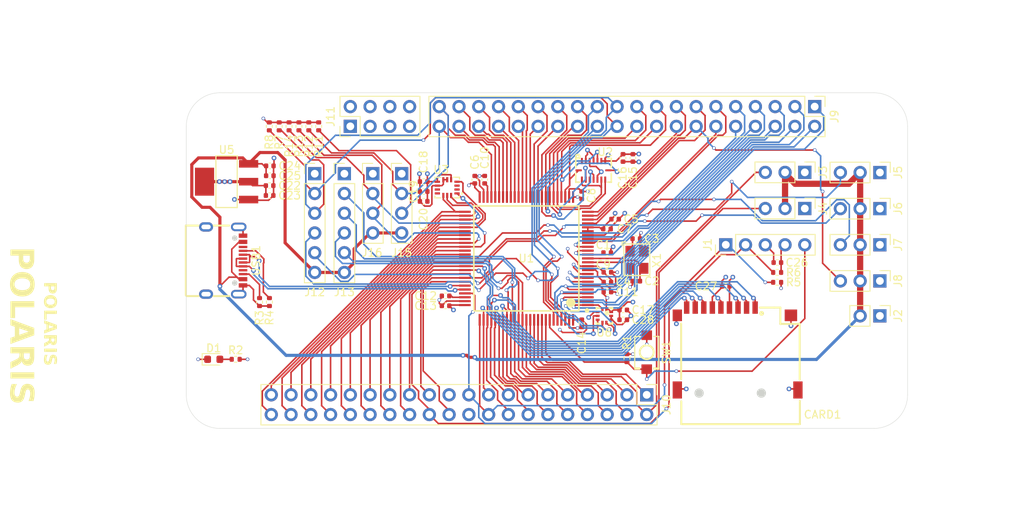
<source format=kicad_pcb>
(kicad_pcb (version 20240108) (generator "pcbnew") (generator_version "8.0")
  (title_block (title "Polaris Flight Controller") (date "2024-11-29") (rev "V1.0") (company "avaninder.com") (comment 1 "Designed by Avaninder Bhaghayath"))
  (layers (0 "F.Cu" signal) (1 "In1.Cu" signal) (2 "In2.Cu" signal) (31 "B.Cu" signal) (34 "B.Paste" user) (35 "F.Paste" user) (36 "B.SilkS" user "B.Silkscreen") (37 "F.SilkS" user "F.Silkscreen") (38 "B.Mask" user) (39 "F.Mask" user) (44 "Edge.Cuts" user))
  (net 0 "")
  (net 1 "/nrst")
  (net 2 "GND")
  (net 3 "/osc_in")
  (net 4 "/osc_out")
  (net 5 "+3.3V")
  (net 6 "Net-(C12-Pad1)")
  (net 7 "/PA15")
  (net 8 "/PC8")
  (net 9 "Net-(D1-A)")
  (net 10 "/PC9")
  (net 11 "/PC10")
  (net 12 "/boot0")
  (net 13 "Net-(USB1-CC2)")
  (net 14 "Net-(USB1-CC1)")
  (net 15 "/PD2")
  (net 16 "/PC11")
  (net 17 "/PC12")
  (net 18 "/PA14")
  (net 19 "/PA13")
  (net 20 "/PB6")
  (net 21 "/PA8")
  (net 22 "/PC6")
  (net 23 "/PC7")
  (net 24 "/PA9")
  (net 25 "/PC3")
  (net 26 "/PE10")
  (net 27 "/PB2")
  (net 28 "/PD9")
  (net 29 "/PD4")
  (net 30 "/PE4")
  (net 31 "/PD7")
  (net 32 "/PA7")
  (net 33 "/PC2")
  (net 34 "/PE8")
  (net 35 "/PA11")
  (net 36 "/PE1")
  (net 37 "/PE12")
  (net 38 "/INT_BMP")
  (net 39 "/PE15")
  (net 40 "/PE5")
  (net 41 "/PD3")
  (net 42 "/PD15")
  (net 43 "/PD1")
  (net 44 "/PB7")
  (net 45 "/PD6")
  (net 46 "/PC0")
  (net 47 "/PE6")
  (net 48 "/PA2")
  (net 49 "/PC15")
  (net 50 "/PA0")
  (net 51 "/PB4")
  (net 52 "/PD10")
  (net 53 "/PC5")
  (net 54 "/PA6")
  (net 55 "/PB12")
  (net 56 "/PB14")
  (net 57 "/PB13")
  (net 58 "/PB5")
  (net 59 "/PA5")
  (net 60 "/PA12")
  (net 61 "/PC14")
  (net 62 "/PE2")
  (net 63 "/PE11")
  (net 64 "/IBUS_RX")
  (net 65 "/PD5")
  (net 66 "/PE7")
  (net 67 "/PD0")
  (net 68 "/PD11")
  (net 69 "/PB3")
  (net 70 "/PB1")
  (net 71 "/PC13")
  (net 72 "/PA3")
  (net 73 "/PE14")
  (net 76 "+5V")
  (net 77 "/PD14")
  (net 78 "/PE0")
  (net 79 "/PC1")
  (net 80 "/PA10")
  (net 81 "/PC4")
  (net 82 "/PE9")
  (net 83 "/PB15")
  (net 84 "/PE13")
  (net 87 "/INT3_BMI")
  (net 88 "/INT1_BMI")
  (net 89 "/INT_ICM")
  (net 96 "/I2C1_SCL")
  (net 97 "/I2C1_SDA")
  (net 98 "/I2C2_SDA")
  (net 99 "/I2C2_SCL")
  (net 100 "/I2C4_SCL")
  (net 101 "/I2C4_SDA")
  (net 102 "Net-(C10-Pad1)")
  (footprint "Capacitor_SMD:C_0402_1005Metric" (layer "F.Cu") (at 160.274 61.976 -90)
    (property "Reference" "C15")
    (property "Value" "100nF" (hide yes))
  )
  (footprint "BMP388:SENSORM-SMD_BMP388" (layer "F.Cu") (at 156.611 82.296)
    (property "Reference" "U6")
    (property "Value" "~" (hide yes))
  )
  (footprint "Capacitor_SMD:C_0402_1005Metric" (layer "F.Cu") (at 133.378 66.294)
    (property "Reference" "C19")
    (property "Value" "100nF" (hide yes))
  )
  (footprint "Capacitor_SMD:C_0402_1005Metric" (layer "F.Cu") (at 133.378 65.024 180)
    (property "Reference" "C18")
    (property "Value" "10nF" (hide yes))
  )
  (footprint "Capacitor_SMD:C_0402_1005Metric" (layer "F.Cu") (at 133.378 67.564)
    (property "Reference" "C20")
    (property "Value" "2.2uF" (hide yes))
  )
  (footprint "Capacitor_SMD:C_0402_1005Metric" (layer "F.Cu") (at 156.996 76.682)
    (property "Reference" "C9")
    (property "Value" "100nF" (hide yes))
  )
  (footprint "Connector_PinHeader_2.54mm:PinHeader_1x03_P2.54mm_Vertical" (layer "F.Cu") (at 192.024 63.852 -90)
    (property "Reference" "J5")
    (property "Value" "SERVO3" (hide yes))
  )
  (footprint "MountingHole:MountingHole_3.2mm_M3" (layer "F.Cu") (at 191.262 92.456)
    (property "Reference" "H2" (hide yes))
    (property "Value" "mount" (hide yes))
  )
  (footprint "Connector_PinHeader_2.54mm:PinHeader_1x03_P2.54mm_Vertical" (layer "F.Cu") (at 182.372 68.482 -90)
    (property "Reference" "J4")
    (property "Value" "SERVO2" (hide yes))
  )
  (footprint "XUNPU-TS-1088-AR02016:SW-SMD_L3.9-W3.0-P4.45" (layer "F.Cu") (at 162.052 86.969 -90)
    (property "Reference" "SW1")
    (property "Value" "~" (hide yes))
  )
  (footprint "Capacitor_SMD:C_0402_1005Metric" (layer "F.Cu") (at 172.212 78.486)
    (property "Reference" "C27")
    (property "Value" "100nF" (hide yes))
  )
  (footprint "Connector_PinHeader_2.54mm:PinHeader_1x03_P2.54mm_Vertical" (layer "F.Cu") (at 192.024 77.802 -90)
    (property "Reference" "J8")
    (property "Value" "IBUS_RX" (hide yes))
  )
  (footprint "Capacitor_SMD:C_0402_1005Metric" (layer "F.Cu") (at 113.606365 62.998544)
    (property "Reference" "C24")
    (property "Value" "10uF" (hide yes))
  )
  (footprint "Connector_PinHeader_2.54mm:PinHeader_1x06_P2.54mm_Vertical" (layer "F.Cu") (at 123.19 64.008)
    (property "Reference" "J13")
    (property "Value" "USART2" (hide yes))
  )
  (footprint "Capacitor_SMD:C_0402_1005Metric" (layer "F.Cu") (at 159.032 81.534)
    (property "Reference" "C17")
    (property "Value" "100nF" (hide yes))
  )
  (footprint "STM32H750VBT6TR:QFP-100_L14.0-W14.0-P0.50-LS16.0-BL" (layer "F.Cu") (at 146.582 74.904 90)
    (property "Reference" "U1")
    (property "Value" "~" (hide yes))
  )
  (footprint "BMI088:LGA-16_L4.5-W3.0-P0.50-BL" (layer "F.Cu") (at 155.216 63.57 -90)
    (property "Reference" "U2")
    (property "Value" "~" (hide yes))
  )
  (footprint "Resistor_SMD:R_0402_1005Metric" (layer "F.Cu") (at 119.888 57.912 -90)
    (property "Reference" "R11")
    (property "Value" "2.2k" (hide yes))
  )
  (footprint "Connector_PinHeader_2.54mm:PinHeader_1x06_P2.54mm_Vertical" (layer "F.Cu") (at 119.38 64.008)
    (property "Reference" "J12")
    (property "Value" "GPS_UART")
  )
  (footprint "Resistor_SMD:R_0402_1005Metric" (layer "F.Cu") (at 109.218 87.884)
    (property "Reference" "R2")
    (property "Value" "100" (hide yes))
  )
  (footprint "Resistor_SMD:R_0402_1005Metric" (layer "F.Cu") (at 113.538 57.914 -90)
    (property "Reference" "R8")
    (property "Value" "2.2k" (hide yes))
  )
  (footprint "Resistor_SMD:R_0402_1005Metric" (layer "F.Cu") (at 117.348 57.912 -90)
    (property "Reference" "R13")
    (property "Value" "2.2k" (hide yes))
  )
  (footprint "Connector_PinHeader_2.54mm:PinHeader_1x03_P2.54mm_Vertical" (layer "F.Cu") (at 192.024 68.502 -90)
    (property "Reference" "J6")
    (property "Value" "SERVO4" (hide yes))
  )
  (footprint "Connector_PinHeader_2.54mm:PinHeader_2x04_P2.54mm_Vertical" (layer "F.Cu") (at 123.952 57.912 90)
    (property "Reference" "J11")
    (property "Value" "Conn_02x04_Counter_Clockwise" (hide yes))
  )
  (footprint "MountingHole:MountingHole_3.2mm_M3" (layer "F.Cu") (at 191.262 57.912)
    (property "Reference" "H1" (hide yes))
    (property "Value" "mount" (hide yes))
  )
  (footprint "Capacitor_SMD:C_0402_1005Metric" (layer "F.Cu") (at 159.032 82.804)
    (property "Reference" "C28")
    (property "Value" "100nF" (hide yes))
  )
  (footprint "TYPE-16-C:USB-C-SMD_TYPE-C-6PIN-2MD-073" (layer "F.Cu") (at 107.785 75.177 -90)
    (property "Reference" "USB1")
    (property "Value" "~" (hide yes))
    (fp_poly (pts (xy -2.54 -1.305) (xy -2.55713 -1.413156) (xy -2.606844 -1.510725) (xy -2.684275 -1.588156) (xy -2.781844 -1.63787) (xy -2.89 -1.655) (xy -2.998156 -1.63787) (xy -3.095725 -1.588156) (xy -3.173156 -1.510725) (xy -3.22287 -1.413156) (xy -3.24 -1.305) (xy -3.22287 -1.196844) (xy -3.173156 -1.099275) (xy -3.095725 -1.021844) (xy -2.998156 -0.97213) (xy -2.89 -0.955) (xy -2.781844 -0.97213) (xy -2.684275 -1.021844) (xy -2.606844 -1.099275) (xy -2.55713 -1.196844)) (fill solid) (layer "Edge.Cuts"))
    (fp_poly (pts (xy 3.24 -1.305) (xy 3.22287 -1.413156) (xy 3.173156 -1.510725) (xy 3.095725 -1.588156) (xy 2.998156 -1.63787) (xy 2.89 -1.655) (xy 2.781844 -1.63787) (xy 2.684275 -1.588156) (xy 2.606844 -1.510725) (xy 2.55713 -1.413156) (xy 2.54 -1.305) (xy 2.55713 -1.196844) (xy 2.606844 -1.099275) (xy 2.684275 -1.021844) (xy 2.781844 -0.97213) (xy 2.89 -0.955) (xy 2.998156 -0.97213) (xy 3.095725 -1.021844) (xy 3.173156 -1.099275) (xy 3.22287 -1.196844)) (fill solid) (layer "Edge.Cuts"))
  )
  (footprint "Capacitor_SMD:C_0402_1005Metric" (layer "F.Cu") (at 178.844 75.438 180)
    (property "Reference" "C26")
    (property "Value" "100nF" (hide yes))
  )
  (footprint "Resistor_SMD:R_0402_1005Metric" (layer "F.Cu") (at 118.618 57.912 -90)
    (property "Reference" "R12")
    (property "Value" "2.2k" (hide yes))
  )
  (footprint "Connector_PinHeader_2.54mm:PinHeader_1x03_P2.54mm_Vertical" (layer "F.Cu") (at 192.024 73.152 -90)
    (property "Reference" "J7")
    (property "Value" "SERVO5" (hide yes))
  )
  (footprint "Capacitor_SMD:C_0402_1005Metric" (layer "F.Cu") (at 153.694 83.258 -90)
    (property "Reference" "C14")
    (property "Value" "100nF" (hide yes))
  )
  (footprint "Resistor_SMD:R_0402_1005Metric" (layer "F.Cu") (at 178.816 76.708)
    (property "Reference" "R6")
    (property "Value" "10k" (hide yes))
  )
  (footprint "Capacitor_SMD:C_0402_1005Metric" (layer "F.Cu") (at 139.954 64.772 90)
    (property "Reference" "C6")
    (property "Value" "100nF" (hide yes))
  )
  (footprint "MountingHole:MountingHole_3.2mm_M3" (layer "F.Cu") (at 107.188 57.912)
    (property "Reference" "H3" (hide yes))
    (property "Value" "mount" (hide yes))
  )
  (footprint "Connector_PinHeader_2.54mm:PinHeader_2x20_P2.54mm_Vertical" (layer "F.Cu") (at 183.642 55.372 -90)
    (property "Reference" "J9")
    (property "Value" "Conn_02x20_Counter_Clockwise" (hide yes))
  )
  (footprint "Capacitor_SMD:C_0402_1005Metric" (layer "F.Cu") (at 156.996 77.952)
    (property "Reference" "C4")
    (property "Value" "4.7uF" (hide yes))
  )
  (footprint "MountingHole:MountingHole_3.2mm_M3" (layer "F.Cu") (at 107.188 92.456)
    (property "Reference" "H4" (hide yes))
    (property "Value" "mount" (hide yes))
  )
  (footprint "Connector_PinHeader_2.54mm:PinHeader_1x02_P2.54mm_Vertical" (layer "F.Cu") (at 192.024 82.296 -90)
    (property "Reference" "J2")
    (property "Value" "POWER" (hide yes))
  )
  (footprint "Capacitor_SMD:C_0402_1005Metric" (layer "F.Cu") (at 113.578365 65.538544)
    (property "Reference" "C22")
    (property "Value" "10uF" (hide yes))
  )
  (footprint "Capacitor_SMD:C_0402_1005Metric" (layer "F.Cu") (at 141.224 64.772 90)
    (property "Reference" "C10")
    (property "Value" "2.2uF" (hide yes))
  )
  (footprint "ICM-42688-P:LGA-14_L3.0-W2.5-P0.50-TL" (layer "F.Cu") (at 136.406 65.7895 180)
    (property "Reference" "U3")
    (property "Value" "~" (hide yes))
  )
  (footprint "Resistor_SMD:R_0402_1005Metric" (layer "F.Cu") (at 112.2845 80.518 -90)
    (property "Reference" "R3")
    (property "Value" "5.1k" (hide yes))
  )
  (footprint "Capacitor_SMD:C_0402_1005Metric" (layer "F.Cu") (at 160.707 77.825 180)
    (property "Reference" "C2")
    (property "Value" "20pF" (hide yes))
  )
  (footprint "Capacitor_SMD:C_0402_1005Metric" (layer "F.Cu") (at 113.606365 64.268544)
    (property "Reference" "C25")
    (property "Value" "100nF" (hide yes))
  )
  (footprint "Connector_PinHeader_2.54mm:PinHeader_1x03_P2.54mm_Vertical" (layer "F.Cu") (at 182.372 63.832 -90)
    (property "Reference" "J3")
    (property "Value" "SERVO1" (hide yes))
  )
  (footprint "Capacitor_SMD:C_0402_1005Metric" (layer "F.Cu") (at 159.004 61.976 -90)
    (property "Reference" "C16")
    (property "Value" "100nF" (hide yes))
  )
  (footprint "Resistor_SMD:R_0402_1005Metric" (layer "F.Cu") (at 116.078 57.912 -90)
    (property "Reference" "R14")
    (property "Value" "2.2k" (hide yes))
  )
  (footprint "SD_CARD_READER:TF-SMD_TF-PUSH" (layer "F.Cu") (at 173.736 86.5285)
    (property "Reference" "CARD1")
    (property "Value" "~" (hide yes))
    (fp_poly (pts (xy -4.35 5.7) (xy -4.370445 5.544709) (xy -4.430385 5.4) (xy -4.525736 5.275736) (xy -4.65 5.180385) (xy -4.794709 5.120445) (xy -4.95 5.1) (xy -5.105291 5.120445) (xy -5.25 5.180385) (xy -5.374264 5.275736) (xy -5.469615 5.4) (xy -5.529555 5.544709) (xy -5.55 5.7) (xy -5.529555 5.855291) (xy -5.469615 6) (xy -5.374264 6.124264) (xy -5.25 6.219615) (xy -5.105291 6.279555) (xy -4.95 6.3) (xy -4.794709 6.279555) (xy -4.65 6.219615) (xy -4.525736 6.124264) (xy -4.430385 6) (xy -4.370445 5.855291)) (fill solid) (layer "Edge.Cuts"))
    (fp_poly (pts (xy 3.65 5.7) (xy 3.629555 5.544709) (xy 3.569615 5.4) (xy 3.474264 5.275736) (xy 3.35 5.180385) (xy 3.205291 5.120445) (xy 3.05 5.1) (xy 2.894709 5.120445) (xy 2.75 5.180385) (xy 2.625736 5.275736) (xy 2.530385 5.4) (xy 2.470445 5.544709) (xy 2.45 5.7) (xy 2.470445 5.855291) (xy 2.530385 6) (xy 2.625736 6.124264) (xy 2.75 6.219615) (xy 2.894709 6.279555) (xy 3.05 6.3) (xy 3.205291 6.279555) (xy 3.35 6.219615) (xy 3.474264 6.124264) (xy 3.569615 6) (xy 3.629555 5.855291)) (fill solid) (layer "Edge.Cuts"))
  )
  (footprint "Resistor_SMD:R_0402_1005Metric" (layer "F.Cu") (at 178.816 77.978 180)
    (property "Reference" "R5")
    (property "Value" "10k" (hide yes))
  )
  (footprint "LED_SMD:LED_0603_1608Metric" (layer "F.Cu") (at 106.3965 87.884)
    (property "Reference" "D1")
    (property "Value" "green_led" (hide yes))
  )
  (footprint "Resistor_SMD:R_0402_1005Metric" (layer "F.Cu") (at 113.5545 80.516 -90)
    (property "Reference" "R4")
    (property "Value" "5.1k" (hide yes))
  )
  (footprint "Resistor_SMD:R_0402_1005Metric" (layer "F.Cu") (at 114.808 57.914 -90)
    (property "Reference" "R7")
    (property "Value" "2.2k" (hide yes))
  )
  (footprint "AMS1117-3.3:SOT-223-4_L6.5-W3.5-P2.30-LS7.0-BR" (layer "F.Cu") (at 108.046365 65.030544)
    (property "Reference" "U5")
    (property "Value" "~" (hide yes))
  )
  (footprint "Capacitor_SMD:C_0402_1005Metric" (layer "F.Cu") (at 156.996 79.222)
    (property "Reference" "C11")
    (property "Value" "100nF" (hide yes))
  )
  (footprint "Connector_PinHeader_2.54mm:PinHeader_1x04_P2.54mm_Vertical" (layer "F.Cu") (at 130.556 64.008)
    (property "Reference" "J15")
    (property "Value" "Conn_01x04" (hide yes))
  )
  (footprint "X322525MSB4SI:OSC-SMD_4P-L3.2-W2.5-BL" (layer "F.Cu") (at 160.792 75.074 -90)
    (property "Reference" "X1")
    (property "Value" "25MHz" (hide yes))
  )
  (footprint "Capacitor_SMD:C_0402_1005Metric" (layer "F.Cu") (at 157.988 69.85)
    (property "Reference" "C5")
    (property "Value" "1uF" (hide yes))
  )
  (footprint "Capacitor_SMD:C_0402_1005Metric" (layer "F.Cu") (at 113.578365 66.808544)
    (property "Reference" "C23")
    (property "Value" "100nF" (hide yes))
  )
  (footprint "Connector_PinHeader_2.54mm:PinHeader_1x04_P2.54mm_Vertical" (layer "F.Cu") (at 126.844 64.008)
    (property "Reference" "J16")
    (property "Value" "Conn_01x04" (hide yes))
  )
  (footprint "Capacitor_SMD:C_0402_1005Metric" (layer "F.Cu") (at 156.944 71.12)
    (property "Reference" "C7")
    (property "Value" "100nF" (hide yes))
  )
  (footprint "Capacitor_SMD:C_0402_1005Metric" (layer "F.Cu") (at 153.694 66.776 -90)
    (property "Reference" "C8")
    (property "Value" "100nF" (hide yes))
  )
  (footprint "Capacitor_SMD:C_0402_1005Metric" (layer "F.Cu") (at 160.707 72.364)
    (property "Reference" "C3")
    (property "Value" "20pF" (hide yes))
  )
  (footprint "Resistor_SMD:R_0402_1005Metric" (layer "F.Cu") (at 159.512 87.731 -90)
    (property "Reference" "R1")
    (property "Value" "10k" (hide yes))
  )
  (footprint "Capacitor_SMD:C_0402_1005Metric" (layer "F.Cu") (at 136.196 81 180)
    (property "Reference" "C13")
    (property "Value" "100nF" (hide yes))
  )
  (footprint "Connector_PinHeader_2.54mm:PinHeader_2x20_P2.54mm_Vertical" (layer "F.Cu") (at 162.052 92.456 -90)
    (property "Reference" "J10")
    (property "Value" "Conn_02x20_Counter_Clockwise" (hide yes))
  )
  (footprint "Connector_PinHeader_2.54mm:PinHeader_1x05_P2.54mm_Vertical" (layer "F.Cu") (at 172.212 73.152 90)
    (property "Reference" "J1")
    (property "Value" "SWD_interface" (hide yes))
  )
  (footprint "Capacitor_SMD:C_0402_1005Metric" (layer "F.Cu") (at 136.196 79.73 180)
    (property "Reference" "C12")
    (property "Value" "2.2uF" (hide yes))
  )
  (footprint "Capacitor_SMD:C_0402_1005Metric" (layer "F.Cu") (at 156.972 74.168 180)
    (property "Reference" "C1")
    (property "Value" "1uF" (hide yes))
  )
  (gr_line (start 107.188 53.594) (end 191.262 53.594) (stroke (width 0.05)) (layer "Edge.Cuts"))
  (gr_arc (start 107.188 96.774) (mid 104.134713 95.509287) (end 102.87 92.456) (stroke (width 0.05)) (layer "Edge.Cuts"))
  (gr_arc (start 102.87 57.912) (mid 104.134713 54.858713) (end 107.188 53.594) (stroke (width 0.05)) (layer "Edge.Cuts"))
  (gr_arc (start 191.262 53.594) (mid 194.315287 54.858713) (end 195.58 57.912) (stroke (width 0.05)) (layer "Edge.Cuts"))
  (gr_line (start 195.58 57.912) (end 195.58 92.456) (stroke (width 0.05)) (layer "Edge.Cuts"))
  (gr_line (start 191.262 96.774) (end 107.188 96.774) (stroke (width 0.05)) (layer "Edge.Cuts"))
  (gr_arc (start 195.58 92.456) (mid 194.315287 95.509287) (end 191.262 96.774) (stroke (width 0.05)) (layer "Edge.Cuts"))
  (gr_line (start 102.87 92.456) (end 102.87 57.912) (stroke (width 0.05)) (layer "Edge.Cuts"))
  (gr_text "POLARIS" (at 79.756 83.566 -90) (layer "F.SilkS") (effects (font (size 3 3) (thickness 0.25) (bold yes)) (justify bottom)))
  (gr_text "POLARIS" (at 84.328 83.312 -90) (layer "F.SilkS") (effects (font (size 1.6 1.6) (thickness 0.25) (bold yes)) (justify bottom)))
  (segment (start 156.492 74.168) (end 156.256 74.404) (width 0.2) (layer "F.Cu") (net 1))
  (segment (start 156.256 74.404) (end 154.482 74.404) (width 0.2) (layer "F.Cu") (net 1))
  (segment (start 157.476 76.682) (end 158.266 76.682) (width 0.2) (layer "F.Cu") (net 2))
  (segment (start 154.432 61.531) (end 154.218 61.745) (width 0.2) (layer "F.Cu") (net 2))
  (segment (start 161.187 71.729) (end 161.314 71.602) (width 0.2) (layer "F.Cu") (net 2))
  (segment (start 160.02 82.296) (end 159.512 82.804) (width 0.2) (layer "F.Cu") (net 2))
  (segment (start 114.142365 61.982544) (end 114.142365 62.942544) (width 0.2) (layer "F.Cu") (net 2))
  (segment (start 154.218 61.745) (end 154.218 62.37) (width 0.2) (layer "F.Cu") (net 2))
  (segment (start 135.394 80.25) (end 135.716 79.928) (width 0.2) (layer "F.Cu") (net 2))
  (segment (start 157.476 78.912) (end 157.126 78.562) (width 0.2) (layer "F.Cu") (net 2))
  (segment (start 154.433 60.96) (end 155.218 61.745) (width 0.2) (layer "F.Cu") (net 2))
  (segment (start 155.726 76.658) (end 155.472 76.404) (width 0.2) (layer "F.Cu") (net 2))
  (segment (start 158.056 77.262) (end 158.056 78.308134) (width 0.2) (layer "F.Cu") (net 2))
  (segment (start 156.218 62.37) (end 156.718 62.37) (width 0.2) (layer "F.Cu") (net 2))
  (segment (start 159.514 87.223) (end 159.512 87.221) (width 0.2) (layer "F.Cu") (net 2))
  (segment (start 152.082 83.794) (end 152.082 82.804) (width 0.2) (layer "F.Cu") (net 2))
  (segment (start 132.842 64.968) (end 132.898 65.024) (width 0.2) (layer "F.Cu") (net 2))
  (segment (start 153.694 83.738) (end 153.578 83.854) (width 0.2) (layer "F.Cu") (net 2))
  (segment (start 181.3515 91.694) (end 181.486 91.8285) (width 0.2) (layer "F.Cu") (net 2))
  (segment (start 157.126 78.562) (end 156.516 77.952) (width 0.2) (layer "F.Cu") (net 2))
  (segment (start 138.682 80.404) (end 138.668 80.39) (width 0.2) (layer "F.Cu") (net 2))
  (segment (start 135.906 64.777) (end 136.406 64.777) (width 0.2) (layer "F.Cu") (net 2))
  (segment (start 109.062365 67.316544) (end 110.867365 67.316544) (width 0.2) (layer "F.Cu") (net 2))
  (segment (start 110.966 78.377) (end 111.506 78.917) (width 0.2) (layer "F.Cu") (net 2))
  (segment (start 114.086365 66.780544) (end 114.058365 66.808544) (width 0.2) (layer "F.Cu") (net 2))
  (segment (start 155.726 77.162) (end 155.726 76.658) (width 0.2) (layer "F.Cu") (net 2))
  (segment (start 135.144 65.5395) (end 135.7215 65.5395) (width 0.2) (layer "F.Cu") (net 2))
  (segment (start 105.609 87.884) (end 104.392 87.884) (width 0.2) (layer "F.Cu") (net 2))
  (segment (start 110.16 78.377) (end 110.966 78.377) (width 0.2) (layer "F.Cu") (net 2))
  (segment (start 135.394 80.678) (end 135.716 81) (width 0.2) (layer "F.Cu") (net 2))
  (segment (start 157.734 73.406) (end 157.452 73.688) (width 0.2) (layer "F.Cu") (net 2))
  (segment (start 153.162 67.004) (end 153.442 67.004) (width 0.2) (layer "F.Cu") (net 2))
  (segment (start 180.594 82.2365) (end 180.586 82.2285) (width 0.2) (layer "F.Cu") (net 2))
  (segment (start 157.424 70.894) (end 158.468 69.85) (width 0.2) (layer "F.Cu") (net 2))
  (segment (start 157.099 61.595) (end 156.718 61.976) (width 0.2) (layer "F.Cu") (net 2))
  (segment (start 110.969365 67.418544) (end 110.881365 67.330544) (width 0.2) (layer "F.Cu") (net 2))
  (segment (start 159.917 77.515) (end 160.227 77.825) (width 0.2) (layer "F.Cu") (net 2))
  (segment (start 171.732 78.486) (end 171.732 77.79089) (width 0.2) (layer "F.Cu") (net 2))
  (segment (start 160.274 87.223) (end 159.514 87.223) (width 0.2) (layer "F.Cu") (net 2))
  (segment (start 161.187 72.364) (end 161.187 73.494) (width 0.2) (layer "F.Cu") (net 2))
  (segment (start 167.132 91.694) (end 166.1205 91.694) (width 0.2) (layer "F.Cu") (net 2))
  (segment (start 158.13 62.37) (end 159.004 61.496) (width 0.2) (layer "F.Cu") (net 2))
  (segment (start 110.867365 67.316544) (end 110.881365 67.330544) (width 0.2) (layer "F.Cu") (net 2))
  (segment (start 158.012 79.222) (end 158.266 79.476) (width 0.2) (layer "F.Cu") (net 2))
  (segment (start 135.906 65.355) (end 135.906 64.777) (width 0.2) (layer "F.Cu") (net 2))
  (segment (start 113.5525 81.028) (end 113.5545 81.026) (width 0.2) (layer "F.Cu") (net 2))
  (segment (start 132.842 64.008) (end 132.842 64.968) (width 0.2) (layer "F.Cu") (net 2))
  (segment (start 157.802134 78.562) (end 157.126 78.562) (width 0.2) (layer "F.Cu") (net 2))
  (segment (start 156.516 77.952) (end 155.726 77.162) (width 0.2) (layer "F.Cu") (net 2))
  (segment (start 159.004 61.496) (end 160.274 61.496) (width 0.2) (layer "F.Cu") (net 2))
  (segment (start 141.082 66.046134) (end 140.564 65.528134) (width 0.2) (layer "F.Cu") (net 2))
  (segment (start 171.732 77.79089) (end 172.212 77.31089) (width 0.2) (layer "F.Cu") (net 2))
  (segment (start 158.056 78.308134) (end 157.802134 78.562) (width 0.2) (layer "F.Cu") (net 2))
  (segment (start 140.564 64.902) (end 139.954 64.292) (width 0.2) (layer "F.Cu") (net 2))
  (segment (start 161.187 72.364) (end 161.187 71.729) (width 0.2) (layer "F.Cu") (net 2))
  (segment (start 180.34 91.694) (end 181.3515 91.694) (width 0.2) (layer "F.Cu") (net 2))
  (segment (start 161.036 61.468) (end 160.302 61.468) (width 0.2) (layer "F.Cu") (net 2))
  (segment (start 135.716 79.928) (end 135.716 79.73) (width 0.2) (layer "F.Cu") (net 2))
  (segment (start 110.16 71.402) (end 109.61 70.852) (width 0.2) (layer "F.Cu") (net 2))
  (segment (start 178.364 75.438) (end 178.364 74.224) (width 0.2) (layer "F.Cu") (net 2))
  (segment (start 154.432 60.96) (end 154.433 60.96) (width 0.2) (layer "F.Cu") (net 2))
  (segment (start 111.506 80.2495) (end 112.2845 81.028) (width 0.2) (layer "F.Cu") (net 2))
  (segment (start 152.142 83.854) (end 152.082 83.794) (width 0.2) (layer "F.Cu") (net 2))
  (segment (start 159.917 76.174) (end 159.917 77.515) (width 0.2) (layer "F.Cu") (net 2))
  (segment (start 110.16 78.377) (end 110.16 78.952) (width 0.2) (layer "F.Cu") (net 2))
  (segment (start 155.472 76.404) (end 154.482 76.404) (width 0.2) (layer "F.Cu") (net 2))
  (segment (start 157.476 76.682) (end 158.056 77.262) (width 0.2) (layer "F.Cu") (net 2))
  (segment (start 159.512 81.534) (end 160.02 82.042) (width 0.2) (layer "F.Cu") (net 2))
  (segment (start 166.1205 91.694) (end 165.986 91.8285) (width 0.2) (layer "F.Cu") (net 2))
  (segment (start 152.582 67.004) (end 153.162 67.004) (width 0.2) (layer "F.Cu") (net 2))
  (segment (start 171.732 78.625471) (end 170.486 79.871471) (width 0.2) (layer "F.Cu") (net 2))
  (segment (start 154.432 60.96) (end 154.432 61.531) (width 0.2) (layer "F.Cu") (net 2))
  (segment (start 111.506 78.917) (end 111.506 80.2495) (width 0.2) (layer "F.Cu") (net 2))
  (segment (start 155.218 61.745) (end 155.218 62.37) (width 0.2) (layer "F.Cu") (net 2))
  (segment (start 160.227 78.277) (end 160.227 77.825) (width 0.2) (layer "F.Cu") (net 2))
  (segment (start 171.732 78.486) (end 171.732 78.625471) (width 0.2) (layer "F.Cu") (net 2))
  (segment (start 135.394 80.25) (end 135.394 80.678) (width 0.2) (layer "F.Cu") (net 2))
  (segment (start 178.364 74.224) (end 177.292 73.152) (width 0.2) (layer "F.Cu") (net 2))
  (segment (start 157.476 79.222) (end 158.012 79.222) (width 0.2) (layer "F.Cu") (net 2))
  (segment (start 158.225866 83.414) (end 158.902 83.414) (width 0.2) (layer "F.Cu") (net 2))
  (segment (start 114.142365 62.942544) (end 114.086365 62.998544) (width 0.2) (layer "F.Cu") (net 2))
  (segment (start 157.48 82.796) (end 157.607866 82.796) (width 0.2) (layer "F.Cu") (net 2))
  (segment (start 179.324 77.98) (end 179.326 77.978) (width 0.2) (layer "F.Cu") (net 2))
  (segment (start 165.862 82.3525) (end 165.986 82.2285) (width 0.2) (layer "F.Cu") (net 2))
  (segment (start 156.718 62.37) (end 158.13 62.37) (width 0.2) (layer "F.Cu") (net 2))
  (segment (start 159.917 78.587) (end 160.227 78.277) (width 0.2) (layer "F.Cu") (net 2))
  (segment (start 155.292 81.796) (end 155.742 81.796) (width 0.2) (layer "F.Cu") (net 2))
  (segment (start 153.162 83.854) (end 153.578 83.854) (width 0.2) (layer "F.Cu") (net 2))
  (segment (start 156.64 71.904) (end 157.424 71.12) (width 0.2) (layer "F.Cu") (net 2))
  (segment (start 170.486 79.871471) (end 170.486 81.2285) (width 0.2) (layer "F.Cu") (net 2))
  (segment (start 160.302 61.468) (end 160.274 61.496) (width 0.2) (layer "F.Cu") (net 2))
  (segment (start 114.058365 66.808544) (end 113.448365 67.418544) (width 0.2) (layer "F.Cu") (net 2))
  (segment (start 114.086365 62.998544) (end 114.086365 66.780544) (width 0.2) (layer "F.Cu") (net 2))
  (segment (start 159.23 69.088) (end 158.468 69.85) (width 0.2) (layer "F.Cu") (net 2))
  (segment (start 180.594 83.566) (end 180.594 82.2365) (width 0.2) (layer "F.Cu") (net 2))
  (segment (start 139.954 64.292) (end 141.224 64.292) (width 0.2) (layer "F.Cu") (net 2))
  (segment (start 134.438 65.668) (end 134.438 67.920134) (width 0.2) (layer "F.Cu") (net 2))
  (segment (start 165.862 83.312) (end 165.862 82.3525) (width 0.2) (layer "F.Cu") (net 2))
  (segment (start 179.324 78.74) (end 179.324 77.98) (width 0.2) (layer "F.Cu") (net 2))
  (segment (start 160.02 82.042) (end 160.02 82.296) (width 0.2) (layer "F.Cu") (net 2))
  (segment (start 161.187 73.494) (end 161.667 73.974) (width 0.2) (layer "F.Cu") (net 2))
  (segment (start 153.578 83.854) (end 152.142 83.854) (width 0.2) (layer "F.Cu") (net 2))
  (segment (start 157.476 79.222) (end 157.476 78.912) (width 0.2) (layer "F.Cu") (net 2))
  (segment (start 134.438 67.920134) (end 134.184134 68.174) (width 0.2) (layer "F.Cu") (net 2))
  (segment (start 156.718 61.976) (end 156.718 62.37) (width 0.2) (layer "F.Cu") (net 2))
  (segment (start 110.16 78.952) (end 109.61 79.502) (width 0.2) (layer "F.Cu") (net 2))
  (segment (start 132.898 65.024) (end 132.898 67.564) (width 0.2) (layer "F.Cu") (net 2))
  (segment (start 154.592 82.496) (end 155.292 81.796) (width 0.2) (layer "F.Cu") (net 2))
  (segment (start 157.452 73.688) (end 157.452 74.168) (width 0.2) (layer "F.Cu") (net 2))
  (segment (start 113.448365 67.418544) (end 110.969365 67.418544) (width 0.2) (layer "F.Cu") (net 2))
  (segment (start 153.442 67.004) (end 153.694 67.256) (width 0.2) (layer "F.Cu") (net 2))
  (segment (start 134.184134 68.174) (end 133.508 68.174) (width 0.2) (layer "F.Cu") (net 2))
  (segment (start 136.326 80.39) (end 135.716 81) (width 0.2) (layer "F.Cu") (net 2))
  (segment (start 135.7215 65.5395) (end 135.906 65.355) (width 0.2) (layer "F.Cu") (net 2))
  (segment (start 134.5665 65.5395) (end 134.438 65.668) (width 0.2) (layer "F.Cu") (net 2))
  (segment (start 158.902 83.414) (end 159.512 82.804) (width 0.2) (layer "F.Cu") (net 2))
  (segment (start 138.668 80.39) (end 136.326 80.39) (width 0.2) (layer "F.Cu") (net 2))
  (segment (start 112.2845 81.028) (end 113.5525 81.028) (width 0.2) (layer "F.Cu") (net 2))
  (segment (start 157.607866 82.796) (end 158.225866 83.414) (width 0.2) (layer "F.Cu") (net 2))
  (segment (start 157.48 82.296) (end 157.48 82.796) (width 0.2) (layer "F.Cu") (net 2))
  (segment (start 110.16 71.977) (end 110.16 71.402) (width 0.2) (layer "F.Cu") (net 2))
  (segment (start 140.564 65.528134) (end 140.564 64.902) (width 0.2) (layer "F.Cu") (net 2))
  (segment (start 135.144 65.5395) (end 134.5665 65.5395) (width 0.2) (layer "F.Cu") (net 2))
  (segment (start 133.508 68.174) (end 132.898 67.564) (width 0.2) (layer "F.Cu") (net 2))
  (segment (start 157.424 71.12) (end 157.424 70.894) (width 0.2) (layer "F.Cu") (net 2))
  (segment (start 154.482 71.904) (end 156.64 71.904) (width 0.2) (layer "F.Cu") (net 2))
  (segment (start 141.082 67.004) (end 141.082 66.046134) (width 0.2) (layer "F.Cu") (net 2))
  (via (at 132.842 64.008) (size 0.6) (drill 0.3) (layers "F.Cu" "B.Cu") (net 2))
  (via (at 157.734 73.406) (size 0.6) (drill 0.3) (layers "F.Cu" "B.Cu") (net 2))
  (via (at 159.23 69.088) (size 0.6) (drill 0.3) (layers "F.Cu" "B.Cu") (net 2))
  (via (at 180.34 91.694) (size 0.6) (drill 0.3) (layers "F.Cu" "B.Cu") (net 2))
  (via (at 160.02 82.296) (size 0.6) (drill 0.3) (layers "F.Cu" "B.Cu") (net 2))
  (via (at 154.592 82.496) (size 0.6) (drill 0.3) (layers "F.Cu" "B.Cu") (net 2))
  (via (at 109.062365 67.316544) (size 0.6) (drill 0.3) (layers "F.Cu" "B.Cu") (net 2))
  (via (at 154.432 60.96) (size 0.6) (drill 0.3) (layers "F.Cu" "B.Cu") (net 2))
  (via (at 158.266 76.682) (size 0.45) (drill 0.3) (layers "F.Cu" "B.Cu") (net 2))
  (via (at 158.266 79.476) (size 0.45) (drill 0.3) (layers "F.Cu" "B.Cu") (net 2))
  (via (at 153.162 83.854) (size 0.45) (drill 0.3) (layers "F.Cu" "B.Cu") (net 2))
  (via (at 167.132 91.694) (size 0.6) (drill 0.3) (layers "F.Cu" "B.Cu") (net 2))
  (via (at 159.917 78.587) (size 0.45) (drill 0.3) (layers "F.Cu" "B.Cu") (net 2))
  (via (at 160.274 87.223) (size 0.45) (drill 0.3) (layers "F.Cu" "B.Cu") (net 2))
  (via (at 104.392 87.884) (size 0.45) (drill 0.3) (layers "F.Cu" "B.Cu") (net 2))
  (via (at 165.862 83.312) (size 0.6) (drill 0.3) (layers "F.Cu" "B.Cu") (net 2))
  (via (at 114.142365 61.982544) (size 0.6) (drill 0.3) (layers "F.Cu" "B.Cu") (net 2))
  (via (at 179.324 78.74) (size 0.45) (drill 0.3) (layers "F.Cu" "B.Cu") (net 2))
  (via (at 180.594 83.566) (size 0.6) (drill 0.3) (layers "F.Cu" "B.Cu") (net 2))
  (via (at 172.212 77.31089) (size 0.6) (drill 0.3) (layers "F.Cu" "B.Cu") (net 2))
  (via (at 135.394 80.25) (size 0.45) (drill 0.3) (layers "F.Cu" "B.Cu") (net 2))
  (via (at 157.099 61.595) (size 0.6) (drill 0.3) (layers "F.Cu" "B.Cu") (net 2))
  (via (at 153.162 67.004) (size 0.45) (drill 0.3) (layers "F.Cu" "B.Cu") (net 2))
  (via (at 161.314 71.602) (size 0.45) (drill 0.3) (layers "F.Cu" "B.Cu") (net 2))
  (via (at 161.036 61.468) (size 0.6) (drill 0.3) (layers "F.Cu" "B.Cu") (net 2))
  (via (at 140.560193 64.292) (size 0.45) (drill 0.3) (layers "F.Cu" "B.Cu") (net 2))
  (segment (start 158.911012 75.404) (end 154.482 75.404) (width 0.2) (layer "F.Cu") (net 3))
  (segment (start 161.187 77.825) (end 161.187 76.654) (width 0.2) (layer "F.Cu") (net 3))
  (segment (start 160.651 75.158) (end 159.157012 75.158) (width 0.2) (layer "F.Cu") (net 3))
  (segment (start 161.667 76.174) (end 160.651 75.158) (width 0.2) (layer "F.Cu") (net 3))
  (segment (start 159.157012 75.158) (end 158.911012 75.404) (width 0.2) (layer "F.Cu") (net 3))
  (segment (start 161.187 76.654) (end 161.667 76.174) (width 0.2) (layer "F.Cu") (net 3))
  (segment (start 159.917 73.974) (end 158.987 74.904) (width 0.2) (layer "F.Cu") (net 4))
  (segment (start 160.227 72.364) (end 160.227 73.664) (width 0.2) (layer "F.Cu") (net 4))
  (segment (start 158.987 74.904) (end 154.482 74.904) (width 0.2) (layer "F.Cu") (net 4))
  (segment (start 160.227 73.664) (end 159.917 73.974) (width 0.2) (layer "F.Cu") (net 4))
  (segment (start 154.793 63.07) (end 155.526 63.07) (width 0.2) (layer "F.Cu") (net 5))
  (segment (start 135.144 64.4615) (end 135.144 65.0395) (width 0.2) (layer "F.Cu") (net 5))
  (segment (start 154.482 71.404) (end 154.482 70.904) (width 0.2) (layer "F.Cu") (net 5))
  (segment (start 152.082 66.014) (end 152.082 67.004) (width 0.2) (layer "F.Cu") (net 5))
  (segment (start 152.582 82.804) (end 153.668 82.804) (width 0.2) (layer "F.Cu") (net 5))
  (segment (start 118.618 57.402) (end 119.888 57.402) (width 0.2) (layer "F.Cu") (net 5))
  (segment (start 156.464 71.12) (end 156.21 71.12) (width 0.2) (layer "F.Cu") (net 5))
  (segment (start 117.348 57.402) (end 118.618 57.402) (width 0.2) (layer "F.Cu") (net 5))
  (segment (start 109.728 87.884) (end 110.742 87.884) (width 0.2) (layer "F.Cu") (net 5))
  (segment (start 179.326 75.44) (end 179.324 75.438) (width 0.2) (layer "F.Cu") (net 5))
  (segment (start 152.142 65.954) (end 152.082 66.014) (width 0.2) (layer "F.Cu") (net 5))
  (segment (start 156.516 76.682) (end 155.738 75.904) (width 0.2) (layer "F.Cu") (net 5))
  (segment (start 160.274 62.456) (end 159.004 62.456) (width 0.2) (layer "F.Cu") (net 5))
  (segment (start 179.326 76.708) (end 179.326 75.44) (width 0.2) (layer "F.Cu") (net 5))
  (segment (start 113.284 57.404) (end 113.538 57.404) (width 0.2) (layer "F.Cu") (net 5))
  (segment (start 139.954 65.786) (end 140.582 66.414) (width 0.2) (layer "F.Cu") (net 5))
  (segment (start 113.538 57.404) (end 114.808 57.404) (width 0.2) (layer "F.Cu") (net 5))
  (segment (start 172.692 77.735361) (end 173.116471 77.31089) (width 0.2) (layer "F.Cu") (net 5))
  (segment (start 172.692 78.486) (end 172.692 77.735361) (width 0.2) (layer "F.Cu") (net 5))
  (segment (start 160.274 80.518) (end 159.568 80.518) (width 0.2) (layer "F.Cu") (net 5))
  (segment (start 137.21 81.534) (end 136.676 81) (width 0.2) (layer "F.Cu") (net 5))
  (segment (start 136.906 64.777) (end 136.906 64.1995) (width 0.2) (layer "F.Cu") (net 5))
  (segment (start 112.776 56.896) (end 113.284 57.404) (width 0.2) (layer "F.Cu") (net 5))
  (segment (start 156.516 78.912001) (end 156.007999 78.404) (width 0.2) (layer "F.Cu") (net 5))
  (segment (start 155.718 64.77) (end 155.718 64.246) (width 0.2) (layer "F.Cu") (net 5))
  (segment (start 151.892 74.109756) (end 153.234 75.451756) (width 0.2) (layer "F.Cu") (net 5))
  (segment (start 156.464 70.894) (end 157.508 69.85) (width 0.2) (layer "F.Cu") (net 5))
  (segment (start 154.304 84.064134) (end 154.304 83.388) (width 0.2) (layer "F.Cu") (net 5))
  (segment (start 160.302 62.484) (end 160.274 62.456) (width 0.2) (layer "F.Cu") (net 5))
  (segment (start 153.234 75.646) (end 153.492 75.904) (width 0.2) (layer "F.Cu") (net 5))
  (segment (start 172.692 78.486) (end 172.692 81.2225) (width 0.2) (layer "F.Cu") (net 5))
  (segment (start 158.552 81.534) (end 157.742 81.534) (width 0.2) (layer "F.Cu") (net 5))
  (segment (start 157.988 69.088) (end 157.988 69.37) (width 0.2) (layer "F.Cu") (net 5))
  (segment (start 162.052 84.784) (end 162.052 85.953) (width 0.2) (layer "F.Cu") (net 5))
  (segment (start 107.126091 65.024) (end 107.785821 65.024) (width 0.4) (layer "F.Cu") (net 5))
  (segment (start 133.858 65.024) (end 135.1285 65.024) (width 0.2) (layer "F.Cu") (net 5))
  (segment (start 172.692 81.2225) (end 172.686 81.2285) (width 0.2) (layer "F.Cu") (net 5))
  (segment (start 133.858 65.024) (end 133.858 67.564) (width 0.2) (layer "F.Cu") (net 5))
  (segment (start 116.076 57.404) (end 116.078 57.402) (width 0.2) (layer "F.Cu") (net 5))
  (segment (start 107.126091 65.024) (end 105.217909 65.024) (width 0.4) (layer "F.Cu") (net 5))
  (segment (start 151.892 73.66) (end 151.892 74.109756) (width 0.2) (layer "F.Cu") (net 5))
  (segment (start 155.994 70.904) (end 154.482 70.904) (width 0.2) (layer "F.Cu") (net 5))
  (segment (start 153.934134 84.434) (end 154.304 84.064134) (width 0.2) (layer "F.Cu") (net 5))
  (segment (start 105.217909 65.024) (end 105.211365 65.030544) (width 0.4) (layer "F.Cu") (net 5))
  (segment (start 111.389365 65.538544) (end 110.881365 65.030544) (width 0.2) (layer "F.Cu") (net 5))
  (segment (start 153.492 75.904) (end 154.482 75.904) (width 0.2) (layer "F.Cu") (net 5))
  (segment (start 135.466 64.1395) (end 135.144 64.4615) (width 0.2) (layer "F.Cu") (net 5))
  (segment (start 159.568 80.518) (end 158.552 81.534) (width 0.2) (layer "F.Cu") (net 5))
  (segment (start 161.036 62.484) (end 160.302 62.484) (width 0.2) (layer "F.Cu") (net 5))
  (segment (start 140.582 66.414) (end 140.582 67.004) (width 0.2) (layer "F.Cu") (net 5))
  (segment (start 151.236 84.434) (end 153.934134 84.434) (width 0.2) (layer "F.Cu") (net 5))
  (segment (start 139.954 65.252) (end 139.446 65.252) (width 0.2) (layer "F.Cu") (net 5))
  (segment (start 153.352 65.954) (end 152.142 65.954) (width 0.2) (layer "F.Cu") (net 5))
  (segment (start 156.516 79.504) (end 156.516 79.222) (width 0.2) (layer "F.Cu") (net 5))
  (segment (start 108.492368 65.030544) (end 110.881365 65.030544) (width 0.4) (layer "F.Cu") (net 5))
  (segment (start 157.476 77.642) (end 156.516 76.682) (width 0.2) (layer "F.Cu") (net 5))
  (segment (start 155.738 75.904) (end 154.482 75.904) (width 0.2) (layer "F.Cu") (net 5))
  (segment (start 107.792365 65.030544) (end 108.492368 65.030544) (width 0.4) (layer "F.Cu") (net 5))
  (segment (start 155.718 64.246) (end 156.21 63.754) (width 0.2) (layer "F.Cu") (net 5))
  (segment (start 138.682 80.904) (end 136.772 80.904) (width 0.2) (layer "F.Cu") (net 5))
  (segment (start 113.098365 66.808544) (end 113.098365 65.538544) (width 0.2) (layer "F.Cu") (net 5))
  (segment (start 156.516 79.222) (end 156.516 78.912001) (width 0.2) (layer "F.Cu") (net 5))
  (segment (start 154.718 62.995) (end 154.793 63.07) (width 0.2) (layer "F.Cu") (net 5))
  (segment (start 179.324 73.66) (end 179.832 73.152) (width 0.2) (layer "F.Cu") (net 5))
  (segment (start 156.21 71.12) (end 155.994 70.904) (width 0.2) (layer "F.Cu") (net 5))
  (segment (start 156.464 71.12) (end 156.464 70.894) (width 0.2) (layer "F.Cu") (net 5))
  (segment (start 150.876 84.074) (end 151.236 84.434) (width 0.2) (layer "F.Cu") (net 5))
  (segment (start 153.234 75.451756) (end 153.234 75.646) (width 0.2) (layer "F.Cu") (net 5))
  (segment (start 154.304 83.388) (end 153.694 82.778) (width 0.2) (layer "F.Cu") (net 5))
  (segment (start 116.078 57.402) (end 117.348 57.402) (width 0.2) (layer "F.Cu") (net 5))
  (segment (start 139.954 65.252) (end 139.954 65.786) (width 0.2) (layer "F.Cu") (net 5))
  (segment (start 107.785821 65.024) (end 107.792365 65.030544) (width 0.4) (layer "F.Cu") (net 5))
  (segment (start 136.772 80.904) (end 136.676 81) (width 0.2) (layer "F.Cu") (net 5))
  (segment (start 155.526 63.07) (end 156.21 63.754) (width 0.2) (layer "F.Cu") (net 5))
  (segment (start 154.428 66.296) (end 154.456 66.268) (width 0.2) (layer "F.Cu") (net 5))
  (segment (start 114.808 57.404) (end 116.076 57.404) (width 0.2) (layer "F.Cu") (net 5))
  (segment (start 156.996 79.984) (end 156.516 79.504) (width 0.2) (layer "F.Cu") (net 5))
  (segment (start 153.694 66.296) (end 153.352 65.954) (width 0.2) (layer "F.Cu") (net 5))
  (segment (start 156.861 80.119) (end 156.996 79.984) (width 0.2) (layer "F.Cu") (net 5))
  (segment (start 157.988 69.37) (end 157.508 69.85) (width 0.2) (layer "F.Cu") (net 5))
  (segment (start 136.906 64.1995) (end 136.846 64.1395) (width 0.2) (layer "F.Cu") (net 5))
  (segment (start 153.694 66.296) (end 154.428 66.296) (width 0.2) (layer "F.Cu") (net 5))
  (segment (start 157.109 81.425) (end 157.48 81.796) (width 0.2) (layer "F.Cu") (net 5))
  (segment (start 156.861 81.425) (end 156.861 80.119) (width 0.2) (layer "F.Cu") (net 5))
  (segment (start 157.476 77.952) (end 157.476 77.642) (width 0.2) (layer "F.Cu") (net 5))
  (segment (start 157.742 81.534) (end 157.48 81.796) (width 0.2) (layer "F.Cu") (net 5))
  (segment (start 139.446 65.252) (end 139.192 65.506) (width 0.2) (layer "F.Cu") (net 5))
  (segment (start 156.007999 78.404) (end 154.482 78.404) (width 0.2) (layer "F.Cu") (net 5))
  (segment (start 136.846 64.1395) (end 135.466 64.1395) (width 0.2) (layer "F.Cu") (net 5))
  (segment (start 113.098365 65.538544) (end 111.389365 65.538544) (width 0.2) (layer "F.Cu") (net 5))
  (segment (start 133.858 64.008) (end 133.858 65.024) (width 0.2) (layer "F.Cu") (net 5))
  (segment (start 156.861 81.425) (end 157.109 81.425) (width 0.2) (layer "F.Cu") (net 5))
  (segment (start 153.668 82.804) (end 153.694 82.778) (width 0.2) (layer "F.Cu") (net 5))
  (segment (start 179.324 75.438) (end 179.324 73.66) (width 0.2) (layer "F.Cu") (net 5))
  (segment (start 154.718 62.37) (end 154.718 62.995) (width 0.2) (layer "F.Cu") (net 5))
  (segment (start 158.552 82.804) (end 158.552 81.534) (width 0.2) (layer "F.Cu") (net 5))
  (segment (start 135.1285 65.024) (end 135.144 65.0395) (width 0.2) (layer "F.Cu") (net 5))
  (via (at 133.858 64.008) (size 0.6) (drill 0.3) (layers "F.Cu" "B.Cu") (net 5))
  (via (at 110.742 87.884) (size 0.45) (drill 0.3) (layers "F.Cu" "B.Cu") (net 5))
  (via (at 107.126091 65.024) (size 0.6) (drill 0.3) (layers "F.Cu" "B.Cu") (net 5))
  (via (at 156.21 63.754) (size 0.6) (drill 0.3) (layers "F.Cu" "B.Cu") (net 5))
  (via (at 108.492368 65.030544) (size 0.6) (drill 0.3) (layers "F.Cu" "B.Cu") (net 5))
  (via (at 139.192 65.506) (size 0.45) (drill 0.3) (layers "F.Cu" "B.Cu") (net 5))
  (via (at 173.116471 77.31089) (size 0.6) (drill 0.3) (layers "F.Cu" "B.Cu") (net 5))
  (via (at 161.036 62.484) (size 0.6) (drill 0.3) (layers "F.Cu" "B.Cu") (net 5))
  (via (at 112.776 56.896) (size 0.45) (drill 0.3) (layers "F.Cu" "B.Cu") (net 5))
  (via (at 162.052 85.953) (size 0.45) (drill 0.3) (layers "F.Cu" "B.Cu") (net 5))
  (via (at 160.274 80.518) (size 0.6) (drill 0.3) (layers "F.Cu" "B.Cu") (net 5))
  (via (at 151.892 73.66) (size 0.45) (drill 0.3) (layers "F.Cu" "B.Cu") (net 5))
  (via (at 156.996 79.984) (size 0.45) (drill 0.3) (layers "F.Cu" "B.Cu") (net 5))
  (via (at 107.792365 65.030544) (size 0.6) (drill 0.3) (layers "F.Cu" "B.Cu") (net 5))
  (via (at 154.456 66.268) (size 0.45) (drill 0.3) (layers "F.Cu" "B.Cu") (net 5))
  (via (at 150.876 84.074) (size 0.45) (drill 0.3) (layers "F.Cu" "B.Cu") (net 5))
  (via (at 137.21 81.534) (size 0.6) (drill 0.3) (layers "F.Cu" "B.Cu") (net 5))
  (via (at 157.988 69.088) (size 0.6) (drill 0.3) (layers "F.Cu" "B.Cu") (net 5))
  (segment (start 136.93 79.73) (end 137.104 79.904) (width 0.2) (layer "F.Cu") (net 6))
  (segment (start 137.104 79.904) (end 138.682 79.904) (width 0.2) (layer "F.Cu") (net 6))
  (segment (start 136.676 79.73) (end 136.93 79.73) (width 0.2) (layer "F.Cu") (net 6))
  (segment (start 140.97 81.28) (end 141.082 81.392) (width 0.2) (layer "F.Cu") (net 7))
  (segment (start 167.186 81.2285) (end 167.186 80.318) (width 0.2) (layer "F.Cu") (net 7))
  (segment (start 141.082 81.392) (end 141.082 82.804) (width 0.2) (layer "F.Cu") (net 7))
  (segment (start 141.082 91.552) (end 141.082 82.804) (width 0.2) (layer "F.Cu") (net 7))
  (segment (start 141.732 92.202) (end 141.082 91.552) (width 0.2) (layer "F.Cu") (net 7))
  (segment (start 167.186 80.318) (end 166.878 80.01) (width 0.2) (layer "F.Cu") (net 7))
  (segment (start 141.732 92.456) (end 141.732 92.202) (width 0.2) (layer "F.Cu") (net 7))
  (via (at 140.97 81.28) (size 0.6) (drill 0.3) (layers "F.Cu" "B.Cu") (net 7))
  (via (at 166.878 80.01) (size 0.6) (drill 0.3) (layers "F.Cu" "B.Cu") (net 7))
  (segment (start 159.087483 87.376) (end 147.066 87.376) (width 0.2) (layer "B.Cu") (net 7))
  (segment (start 166.878 80.01) (end 166.453483 80.01) (width 0.2) (layer "B.Cu") (net 7))
  (segment (start 147.066 87.376) (end 140.97 81.28) (width 0.2) (layer "B.Cu") (net 7))
  (segment (start 166.453483 80.01) (end 159.087483 87.376) (width 0.2) (layer "B.Cu") (net 7))
  (segment (start 140.928 75.904) (end 138.682 75.904) (width 0.2) (layer "F.Cu") (net 8))
  (segment (start 169.386 80.486) (end 169.386 81.2285) (width 0.2) (layer "F.Cu") (net 8))
  (segment (start 130.422 80.135822) (end 134.653822 75.904) (width 0.2) (layer "F.Cu") (net 8))
  (segment (start 130.422 93.846) (end 130.422 80.135822) (width 0.2) (layer "F.Cu") (net 8))
  (segment (start 134.653822 75.904) (end 138.682 75.904) (width 0.2) (layer "F.Cu") (net 8))
  (segment (start 141.224 76.2) (end 140.928 75.904) (width 0.2) (layer "F.Cu") (net 8))
  (segment (start 131.572 94.996) (end 130.422 93.846) (width 0.2) (layer "F.Cu") (net 8))
  (segment (start 168.91 80.01) (end 169.386 80.486) (width 0.2) (layer "F.Cu") (net 8))
  (via (at 168.91 80.01) (size 0.6) (drill 0.3) (layers "F.Cu" "B.Cu") (net 8))
  (via (at 141.224 76.2) (size 0.6) (drill 0.3) (layers "F.Cu" "B.Cu") (net 8))
  (segment (start 147.31438 86.776356) (end 158.839103 86.776356) (width 0.2) (layer "B.Cu") (net 8))
  (segment (start 142.24 79.645293) (end 141.869822 80.015471) (width 0.2) (layer "B.Cu") (net 8))
  (segment (start 166.505281 79.110178) (end 168.010178 79.110178) (width 0.2) (layer "B.Cu") (net 8))
  (segment (start 158.839103 86.776356) (end 166.505281 79.110178) (width 0.2) (layer "B.Cu") (net 8))
  (segment (start 141.869822 80.753293) (end 142.148 81.031471) (width 0.2) (layer "B.Cu") (net 8))
  (segment (start 141.224 76.2) (end 141.224 76.841988) (width 0.2) (layer "B.Cu") (net 8))
  (segment (start 142.24 78.415768) (end 142.24 79.645293) (width 0.2) (layer "B.Cu") (net 8))
  (segment (start 142.148 81.031471) (end 142.148 81.609976) (width 0.2) (layer "B.Cu") (net 8))
  (segment (start 142.148 81.609976) (end 147.31438 86.776356) (width 0.2) (layer "B.Cu") (net 8))
  (segment (start 141.686178 77.304166) (end 141.686178 77.861946) (width 0.2) (layer "B.Cu") (net 8))
  (segment (start 141.224 76.841988) (end 141.686178 77.304166) (width 0.2) (layer "B.Cu") (net 8))
  (segment (start 141.869822 80.015471) (end 141.869822 80.753293) (width 0.2) (layer "B.Cu") (net 8))
  (segment (start 141.686178 77.861946) (end 142.24 78.415768) (width 0.2) (layer "B.Cu") (net 8))
  (segment (start 168.010178 79.110178) (end 168.91 80.01) (width 0.2) (layer "B.Cu") (net 8))
  (segment (start 107.184 87.884) (end 108.708 87.884) (width 0.2) (layer "F.Cu") (net 9))
  (segment (start 131.572 79.409834) (end 134.577834 76.404) (width 0.2) (layer "F.Cu") (net 10))
  (segment (start 140.462 76.504) (end 140.362 76.404) (width 0.2) (layer "F.Cu") (net 10))
  (segment (start 140.362 76.404) (end 138.682 76.404) (width 0.2) (layer "F.Cu") (net 10))
  (segment (start 168.286 80.402) (end 167.894 80.01) (width 0.2) (layer "F.Cu") (net 10))
  (segment (start 131.572 92.456) (end 131.572 79.409834) (width 0.2) (layer "F.Cu") (net 10))
  (segment (start 168.286 81.2285) (end 168.286 80.402) (width 0.2) (layer "F.Cu") (net 10))
  (segment (start 134.577834 76.404) (end 138.682 76.404) (width 0.2) (layer "F.Cu") (net 10))
  (via (at 140.462 76.504) (size 0.6) (drill 0.3) (layers "F.Cu" "B.Cu") (net 10))
  (via (at 167.894 80.01) (size 0.6) (drill 0.3) (layers "F.Cu" "B.Cu") (net 10))
  (segment (start 158.963293 87.076178) (end 166.629471 79.41) (width 0.2) (layer "B.Cu") (net 10))
  (segment (start 141.386356 77.428356) (end 141.386356 77.986136) (width 0.2) (layer "B.Cu") (net 10))
  (segment (start 141.57 79.891281) (end 141.57 80.877483) (width 0.2) (layer "B.Cu") (net 10))
  (segment (start 141.940178 79.521103) (end 141.57 79.891281) (width 0.2) (layer "B.Cu") (net 10))
  (segment (start 141.848178 81.734166) (end 147.19019 87.076178) (width 0.2) (layer "B.Cu") (net 10))
  (segment (start 167.294 79.41) (end 167.894 80.01) (width 0.2) (layer "B.Cu") (net 10))
  (segment (start 141.940178 78.539958) (end 141.940178 79.521103) (width 0.2) (layer "B.Cu") (net 10))
  (segment (start 166.629471 79.41) (end 167.294 79.41) (width 0.2) (layer "B.Cu") (net 10))
  (segment (start 141.848178 81.155661) (end 141.848178 81.734166) (width 0.2) (layer "B.Cu") (net 10))
  (segment (start 141.57 80.877483) (end 141.848178 81.155661) (width 0.2) (layer "B.Cu") (net 10))
  (segment (start 141.386356 77.986136) (end 141.940178 78.539958) (width 0.2) (layer "B.Cu") (net 10))
  (segment (start 147.19019 87.076178) (end 158.963293 87.076178) (width 0.2) (layer "B.Cu") (net 10))
  (segment (start 140.462 76.504) (end 141.386356 77.428356) (width 0.2) (layer "B.Cu") (net 10))
  (segment (start 175.986 81.2285) (end 175.986 80.228) (width 0.2) (layer "F.Cu") (net 11))
  (segment (start 142.882 93.098) (end 142.882 91.979654) (width 0.2) (layer "F.Cu") (net 11))
  (segment (start 175.986 80.228) (end 175.768 80.01) (width 0.2) (layer "F.Cu") (net 11))
  (segment (start 142.882 91.979654) (end 141.478 90.575654) (width 0.2) (layer "F.Cu") (net 11))
  (segment (start 141.478 90.575654) (end 141.478 83.898) (width 0.2) (layer "F.Cu") (net 11))
  (segment (start 141.478 83.898) (end 141.582 83.794) (width 0.2) (layer "F.Cu") (net 11))
  (segment (start 141.582 83.794) (end 141.582 82.804) (width 0.2) (layer "F.Cu") (net 11))
  (segment (start 144.272 94.488) (end 142.882 93.098) (width 0.2) (layer "F.Cu") (net 11))
  (segment (start 143.256 79.664) (end 142.221293 79.664) (width 0.2) (layer "F.Cu") (net 11))
  (segment (start 144.272 94.996) (end 144.272 94.488) (width 0.2) (layer "F.Cu") (net 11))
  (segment (start 141.582 80.303293) (end 141.582 82.804) (width 0.2) (layer "F.Cu") (net 11))
  (segment (start 142.221293 79.664) (end 141.582 80.303293) (width 0.2) (layer "F.Cu") (net 11))
  (via (at 143.256 79.664) (size 0.6) (drill 0.3) (layers "F.Cu" "B.Cu") (net 11))
  (via (at 175.768 80.01) (size 0.6) (drill 0.3) (layers "F.Cu" "B.Cu") (net 11))
  (segment (start 144.228719 79.964178) (end 145.171822 80.907281) (width 0.2) (layer "B.Cu") (net 11))
  (segment (start 143.256 79.664) (end 143.556178 79.964178) (width 0.2) (layer "B.Cu") (net 11))
  (segment (start 166.008521 77.91089) (end 173.66889 77.91089) (width 0.2) (layer "B.Cu") (net 11))
  (segment (start 145.171822 82.93775) (end 147.81114 85.577068) (width 0.2) (layer "B.Cu") (net 11))
  (segment (start 143.556178 79.964178) (end 144.228719 79.964178) (width 0.2) (layer "B.Cu") (net 11))
  (segment (start 145.171822 80.907281) (end 145.171822 82.93775) (width 0.2) (layer "B.Cu") (net 11))
  (segment (start 173.66889 77.91089) (end 175.768 80.01) (width 0.2) (layer "B.Cu") (net 11))
  (segment (start 158.342343 85.577068) (end 166.008521 77.91089) (width 0.2) (layer "B.Cu") (net 11))
  (segment (start 147.81114 85.577068) (end 158.342343 85.577068) (width 0.2) (layer "B.Cu") (net 11))
  (segment (start 182.372 73.152) (end 182.372 82.636529) (width 0.2) (layer "F.Cu") (net 12))
  (segment (start 175.600529 89.408) (end 165.862 89.408) (width 0.2) (layer "F.Cu") (net 12))
  (segment (start 159.512 88.241) (end 154.029 88.241) (width 0.2) (layer "F.Cu") (net 12))
  (segment (start 162.052 90.424) (end 162.052 89.154) (width 0.2) (layer "F.Cu") (net 12))
  (segment (start 154.029 88.241) (end 149.582 83.794) (width 0.2) (layer "F.Cu") (net 12))
  (segment (start 162.052 89.154) (end 160.425 89.154) (width 0.2) (layer "F.Cu") (net 12))
  (segment (start 182.372 82.636529) (end 175.600529 89.408) (width 0.2) (layer "F.Cu") (net 12))
  (segment (start 149.582 83.794) (end 149.582 82.804) (width 0.2) (layer "F.Cu") (net 12))
  (segment (start 160.425 89.154) (end 159.512 88.241) (width 0.2) (layer "F.Cu") (net 12))
  (via (at 162.052 90.424) (size 0.45) (drill 0.3) (layers "F.Cu" "B.Cu") (net 12))
  (via (at 165.862 89.408) (size 0.45) (drill 0.3) (layers "F.Cu" "B.Cu") (net 12))
  (segment (start 163.068 89.408) (end 165.862 89.408) (width 0.2) (layer "B.Cu") (net 12))
  (segment (start 162.052 90.424) (end 163.068 89.408) (width 0.2) (layer "B.Cu") (net 12))
  (segment (start 112.2845 78.2765) (end 112.2845 80.008) (width 0.2) (layer "F.Cu") (net 13))
  (segment (start 110.935 76.927) (end 112.2845 78.2765) (width 0.2) (layer "F.Cu") (net 13))
  (segment (start 110.16 76.927) (end 110.935 76.927) (width 0.2) (layer "F.Cu") (net 13))
  (segment (start 111.7965 73.927) (end 112.836485 74.966985) (width 0.2) (layer "F.Cu") (net 14))
  (segment (start 110.16 73.927) (end 111.7965 73.927) (width 0.2) (layer "F.Cu") (net 14))
  (segment (start 112.776 75.524529) (end 112.776 79.2275) (width 0.2) (layer "F.Cu") (net 14))
  (segment (start 112.776 79.2275) (end 113.5545 80.006) (width 0.2) (layer "F.Cu") (net 14))
  (segment (start 112.836485 75.464044) (end 112.776 75.524529) (width 0.2) (layer "F.Cu") (net 14))
  (segment (start 112.836485 74.966985) (end 112.836485 75.464044) (width 0.2) (layer "F.Cu") (net 14))
  (segment (start 145.120916 90.406534) (end 144.508534 90.406534) (width 0.2) (layer "F.Cu") (net 15))
  (segment (start 143.51 81.026) (end 144.082 81.598) (width 0.2) (layer "F.Cu") (net 15))
  (segment (start 147.902178 91.006178) (end 145.72056 91.006178) (width 0.2) (layer "F.Cu") (net 15))
  (segment (start 149.352 92.456) (end 147.902178 91.006178) (width 0.2) (layer "F.Cu") (net 15))
  (segment (start 144.082 81.598) (end 144.082 82.804) (width 0.2) (layer "F.Cu") (net 15))
  (segment (start 144.082 89.98) (end 144.082 82.804) (width 0.2) (layer "F.Cu") (net 15))
  (segment (start 173.786 80.314) (end 173.482 80.01) (width 0.2) (layer "F.Cu") (net 15))
  (segment (start 173.786 81.2285) (end 173.786 80.314) (width 0.2) (layer "F.Cu") (net 15))
  (segment (start 145.72056 91.006178) (end 145.120916 90.406534) (width 0.2) (layer "F.Cu") (net 15))
  (segment (start 144.508534 90.406534) (end 144.082 89.98) (width 0.2) (layer "F.Cu") (net 15))
  (via (at 143.51 81.026) (size 0.6) (drill 0.3) (layers "F.Cu" "B.Cu") (net 15))
  (via (at 173.482 80.01) (size 0.6) (drill 0.3) (layers "F.Cu" "B.Cu") (net 15))
  (segment (start 166.256901 78.510534) (end 171.982534 78.510534) (width 0.2) (layer "B.Cu") (net 15))
  (segment (start 143.51 82.123952) (end 147.56276 86.176712) (width 0.2) (layer "B.Cu") (net 15))
  (segment (start 147.56276 86.176712) (end 158.590723 86.176712) (width 0.2) (layer "B.Cu") (net 15))
  (segment (start 158.590723 86.176712) (end 166.256901 78.510534) (width 0.2) (layer "B.Cu") (net 15))
  (segment (start 171.982534 78.510534) (end 173.482 80.01) (width 0.2) (layer "B.Cu") (net 15))
  (segment (start 143.51 81.026) (end 143.51 82.123952) (width 0.2) (layer "B.Cu") (net 15))
  (segment (start 141.986 90.17) (end 141.986 83.854) (width 0.2) (layer "F.Cu") (net 16))
  (segment (start 142.469822 80.264) (end 142.082 80.651822) (width 0.2) (layer "F.Cu") (net 16))
  (segment (start 144.272 92.456) (end 141.986 90.17) (width 0.2) (layer "F.Cu") (net 16))
  (segment (start 142.082 83.758) (end 142.082 82.804) (width 0.2) (layer "F.Cu") (net 16))
  (segment (start 174.498 80.01) (end 174.886 80.398) (width 0.2) (layer "F.Cu") (net 16))
  (segment (start 174.886 80.398) (end 174.886 81.2285) (width 0.2) (layer "F.Cu") (net 16))
  (segment (start 141.986 83.854) (end 142.082 83.758) (width 0.2) (layer "F.Cu") (net 16))
  (segment (start 142.082 80.651822) (end 142.082 82.804) (width 0.2) (layer "F.Cu") (net 16))
  (via (at 174.498 80.01) (size 0.6) (drill 0.3) (layers "F.Cu" "B.Cu") (net 16))
  (via (at 142.469822 80.264) (size 0.6) (drill 0.3) (layers "F.Cu" "B.Cu") (net 16))
  (segment (start 158.466533 85.87689) (end 147.68695 85.87689) (width 0.2) (layer "B.Cu") (net 16))
  (segment (start 172.698712 78.210712) (end 166.132711 78.210712) (width 0.2) (layer "B.Cu") (net 16))
  (segment (start 144.104529 80.264) (end 142.469822 80.264) (width 0.2) (layer "B.Cu") (net 16))
  (segment (start 144.872 83.06194) (end 144.872 81.031471) (width 0.2) (layer "B.Cu") (net 16))
  (segment (start 147.68695 85.87689) (end 144.872 83.06194) (width 0.2) (layer "B.Cu") (net 16))
  (segment (start 166.132711 78.210712) (end 158.466533 85.87689) (width 0.2) (layer "B.Cu") (net 16))
  (segment (start 174.498 80.01) (end 172.698712 78.210712) (width 0.2) (layer "B.Cu") (net 16))
  (segment (start 144.872 81.031471) (end 144.104529 80.264) (width 0.2) (layer "B.Cu") (net 16))
  (segment (start 142.494 89.916) (end 142.494 83.882) (width 0.2) (layer "F.Cu") (net 17))
  (segment (start 142.494 83.882) (end 142.582 83.794) (width 0.2) (layer "F.Cu") (net 17))
  (segment (start 143.884 91.306) (end 142.494 89.916) (width 0.2) (layer "F.Cu") (net 17))
  (segment (start 146.812 94.996) (end 146.812 94.488) (width 0.2) (layer "F.Cu") (net 17))
  (segment (start 142.582 81.446) (end 142.582 82.804) (width 0.2) (layer "F.Cu") (net 17))
  (segment (start 146.812 94.488) (end 145.422 93.098) (width 0.2) (layer "F.Cu") (net 17))
  (segment (start 144.748346 91.306) (end 143.884 91.306) (width 0.2) (layer "F.Cu") (net 17))
  (segment (start 145.422 91.979654) (end 144.748346 91.306) (width 0.2) (layer "F.Cu") (net 17))
  (segment (start 145.422 93.098) (end 145.422 91.979654) (width 0.2) (layer "F.Cu") (net 17))
  (segment (start 171.196 80.01) (end 171.586 80.4) (width 0.2) (layer "F.Cu") (net 17))
  (segment (start 171.586 80.4) (end 171.586 81.2285) (width 0.2) (layer "F.Cu") (net 17))
  (segment (start 142.582 83.794) (end 142.582 82.804) (width 0.2) (layer "F.Cu") (net 17))
  (segment (start 142.748 81.28) (end 142.582 81.446) (width 0.2) (layer "F.Cu") (net 17))
  (via (at 142.748 81.28) (size 0.6) (drill 0.3) (layers "F.Cu" "B.Cu") (net 17))
  (via (at 171.196 80.01) (size 0.6) (drill 0.3) (layers "F.Cu" "B.Cu") (net 17))
  (segment (start 166.381091 78.810356) (end 158.714913 86.476534) (width 0.2) (layer "B.Cu") (net 17))
  (segment (start 142.748 81.785964) (end 142.748 81.28) (width 0.2) (layer "B.Cu") (net 17))
  (segment (start 158.714913 86.476534) (end 147.43857 86.476534) (width 0.2) (layer "B.Cu") (net 17))
  (segment (start 147.43857 86.476534) (end 142.748 81.785964) (width 0.2) (layer "B.Cu") (net 17))
  (segment (start 171.196 80.01) (end 169.996356 78.810356) (width 0.2) (layer "B.Cu") (net 17))
  (segment (start 169.996356 78.810356) (end 166.381091 78.810356) (width 0.2) (layer "B.Cu") (net 17))
  (segment (start 140.582 93.846) (end 140.582 82.804) (width 0.2) (layer "F.Cu") (net 18))
  (segment (start 141.732 94.996) (end 140.582 93.846) (width 0.2) (layer "F.Cu") (net 18))
  (segment (start 164.338 81.026) (end 164.338 91.186) (width 0.2) (layer "F.Cu") (net 18))
  (segment (start 177.292 77.978) (end 178.306 77.978) (width 0.2) (layer "F.Cu") (net 18))
  (segment (start 172.212 73.152) (end 164.338 81.026) (width 0.2) (layer "F.Cu") (net 18))
  (via (at 177.292 77.978) (size 0.45) (drill 0.3) (layers "F.Cu" "B.Cu") (net 18))
  (via (at 164.338 91.186) (size 0.45) (drill 0.3) (layers "F.Cu" "B.Cu") (net 18))
  (segment (start 164.338 92.47) (end 162.962 93.846) (width 0.2) (layer "B.Cu") (net 18))
  (segment (start 164.338 91.186) (end 164.338 92.47) (width 0.2) (layer "B.Cu") (net 18))
  (segment (start 172.212 73.152) (end 172.466 73.152) (width 0.2) (layer "B.Cu") (net 18))
  (segment (start 142.882 93.846) (end 141.732 94.996) (width 0.2) (layer "B.Cu") (net 18))
  (segment (start 172.466 73.152) (end 177.292 77.978) (width 0.2) (layer "B.Cu") (net 18))
  (segment (start 162.962 93.846) (end 142.882 93.846) (width 0.2) (layer "B.Cu") (net 18))
  (segment (start 174.752 73.152) (end 173.482 74.422) (width 0.2) (layer "F.Cu") (net 19))
  (segment (start 173.482 74.422) (end 171.617471 74.422) (width 0.2) (layer "F.Cu") (net 19))
  (segment (start 139.7 81.788) (end 139.954 81.534) (width 0.2) (layer "F.Cu") (net 19))
  (segment (start 164.918 81.121471) (end 164.918 93.908) (width 0.2) (layer "F.Cu") (net 19))
  (segment (start 178.306 76.708) (end 178.306 76.706) (width 0.2) (layer "F.Cu") (net 19))
  (segment (start 178.306 76.706) (end 174.752 73.152) (width 0.2) (layer "F.Cu") (net 19))
  (segment (start 139.672 79.404) (end 138.682 79.404) (width 0.2) (layer "F.Cu") (net 19))
  (segment (start 171.617471 74.422) (end 164.918 81.121471) (width 0.2) (layer "F.Cu") (net 19))
  (segment (start 139.954 79.686) (end 139.672 79.404) (width 0.2) (layer "F.Cu") (net 19))
  (segment (start 139.954 81.534) (end 139.954 79.686) (width 0.2) (layer "F.Cu") (net 19))
  (segment (start 164.918 93.908) (end 164.592 94.234) (width 0.2) (layer "F.Cu") (net 19))
  (via (at 164.592 94.234) (size 0.45) (drill 0.3) (layers "F.Cu" "B.Cu") (net 19))
  (via (at 139.7 81.788) (size 0.45) (drill 0.3) (layers "F.Cu" "B.Cu") (net 19))
  (segment (start 139.7 81.788) (end 139.192 82.296) (width 0.2) (layer "B.Cu") (net 19))
  (segment (start 162.68 96.146) (end 141.255654 96.146) (width 0.2) (layer "B.Cu") (net 19))
  (segment (start 141.255654 96.146) (end 140.462 95.352346) (width 0.2) (layer "B.Cu") (net 19))
  (segment (start 164.592 94.234) (end 162.68 96.146) (width 0.2) (layer "B.Cu") (net 19))
  (segment (start 140.462 93.726) (end 139.192 92.456) (width 0.2) (layer "B.Cu") (net 19))
  (segment (start 140.462 95.352346) (end 140.462 93.726) (width 0.2) (layer "B.Cu") (net 19))
  (segment (start 139.192 82.296) (end 139.192 92.456) (width 0.2) (layer "B.Cu") (net 19))
  (segment (start 163.322 76.599919) (end 163.322 93.726) (width 0.2) (layer "F.Cu") (net 20))
  (segment (start 153.71313 90.106712) (end 158.789058 90.106712) (width 0.2) (layer "F.Cu") (net 20))
  (segment (start 149.26778 88.30778) (end 151.914198 88.30778) (width 0.2) (layer "F.Cu") (net 20))
  (segment (start 160.782 93.726) (end 162.052 94.996) (width 0.2) (layer "F.Cu") (net 20))
  (segment (start 163.322 93.726) (end 162.052 94.996) (width 0.2) (layer "F.Cu") (net 20))
  (segment (start 160.782 92.099654) (end 160.782 93.726) (width 0.2) (layer "F.Cu") (net 20))
  (segment (start 177.292 63.832) (end 176.089919 63.832) (width 0.2) (layer "F.Cu") (net 20))
  (segment (start 158.789058 90.106712) (end 160.782 92.099654) (width 0.2) (layer "F.Cu") (net 20))
  (segment (start 151.914198 88.30778) (end 153.71313 90.106712) (width 0.2) (layer "F.Cu") (net 20))
  (segment (start 148.582 87.622) (end 149.26778 88.30778) (width 0.2) (layer "F.Cu") (net 20))
  (segment (start 176.089919 63.832) (end 163.322 76.599919) (width 0.2) (layer "F.Cu") (net 20))
  (segment (start 148.582 82.804) (end 148.582 87.622) (width 0.2) (layer "F.Cu") (net 20))
  (segment (start 134.112 94.996) (end 134.112 94.322346) (width 0.2) (layer "F.Cu") (net 21))
  (segment (start 163.621822 76.724109) (end 163.621822 95.052524) (width 0.2) (layer "F.Cu") (net 21))
  (segment (start 131.871822 91.129476) (end 131.871822 79.534024) (width 0.2) (layer "F.Cu") (net 21))
  (segment (start 132.722 92.932346) (end 132.722 91.979654) (width 0.2) (layer "F.Cu") (net 21))
  (segment (start 134.112 94.322346) (end 132.722 92.932346) (width 0.2) (layer "F.Cu") (net 21))
  (segment (start 134.501846 76.904) (end 138.682 76.904) (width 0.2) (layer "F.Cu") (net 21))
  (segment (start 163.621822 95.052524) (end 162.528346 96.146) (width 0.2) (layer "F.Cu") (net 21))
  (segment (start 132.722 91.979654) (end 131.871822 91.129476) (width 0.2) (layer "F.Cu") (net 21))
  (segment (start 177.292 68.482) (end 171.863931 68.482) (width 0.2) (layer "F.Cu") (net 21))
  (segment (start 171.863931 68.482) (end 163.621822 76.724109) (width 0.2) (layer "F.Cu") (net 21))
  (segment (start 162.528346 96.146) (end 135.262 96.146) (width 0.2) (layer "F.Cu") (net 21))
  (segment (start 131.871822 79.534024) (end 134.501846 76.904) (width 0.2) (layer "F.Cu") (net 21))
  (segment (start 135.262 96.146) (end 134.112 94.996) (width 0.2) (layer "F.Cu") (net 21))
  (segment (start 149.352 70.612) (end 148.844 70.612) (width 0.2) (layer "F.Cu") (net 22))
  (segment (start 143.51 71.628) (end 140.234 74.904) (width 0.2) (layer "F.Cu") (net 22))
  (segment (start 127.882 81.827798) (end 134.805798 74.904) (width 0.2) (layer "F.Cu") (net 22))
  (segment (start 170.917907 68.58) (end 162.814 68.58) (width 0.2) (layer "F.Cu") (net 22))
  (segment (start 129.032 94.996) (end 127.882 93.846) (width 0.2) (layer "F.Cu") (net 22))
  (segment (start 134.805798 74.904) (end 138.682 74.904) (width 0.2) (layer "F.Cu") (net 22))
  (segment (start 162.814 68.58) (end 162.052 69.342) (width 0.2) (layer "F.Cu") (net 22))
  (segment (start 148.844 70.612) (end 147.828 71.628) (width 0.2) (layer "F.Cu") (net 22))
  (segment (start 172.974 65.024) (end 172.974 66.523907) (width 0.2) (layer "F.Cu") (net 22))
  (segment (start 140.234 74.904) (end 138.682 74.904) (width 0.2) (layer "F.Cu") (net 22))
  (segment (start 172.974 66.523907) (end 170.917907 68.58) (width 0.2) (layer "F.Cu") (net 22))
  (segment (start 147.828 71.628) (end 143.51 71.628) (width 0.2) (layer "F.Cu") (net 22))
  (segment (start 127.882 93.846) (end 127.882 81.827798) (width 0.2) (layer "F.Cu") (net 22))
  (via (at 162.052 69.342) (size 0.45) (drill 0.3) (layers "F.Cu" "B.Cu") (net 22))
  (via (at 172.974 65.024) (size 0.45) (drill 0.3) (layers "F.Cu" "B.Cu") (net 22))
  (via (at 149.352 70.612) (size 0.45) (drill 0.3) (layers "F.Cu" "B.Cu") (net 22))
  (segment (start 150.114 70.612) (end 151.13 71.628) (width 0.2) (layer "B.Cu") (net 22))
  (segment (start 161.29 69.342) (end 162.052 69.342) (width 0.2) (layer "B.Cu") (net 22))
  (segment (start 172.974 65.024) (end 175.006 67.056) (width 0.2) (layer "B.Cu") (net 22))
  (segment (start 175.006 67.056) (end 185.166 67.056) (width 0.2) (layer "B.Cu") (net 22))
  (segment (start 185.166 67.056) (end 186.944 65.278) (width 0.2) (layer "B.Cu") (net 22))
  (segment (start 159.004 71.628) (end 161.29 69.342) (width 0.2) (layer "B.Cu") (net 22))
  (segment (start 149.352 70.612) (end 150.114 70.612) (width 0.2) (layer "B.Cu") (net 22))
  (segment (start 186.944 65.278) (end 186.944 63.852) (width 0.2) (layer "B.Cu") (net 22))
  (segment (start 151.13 71.628) (end 159.004 71.628) (width 0.2) (layer "B.Cu") (net 22))
  (segment (start 148.844 71.374) (end 147.828 72.39) (width 0.2) (layer "F.Cu") (net 23))
  (segment (start 147.828 72.39) (end 144.018 72.39) (width 0.2) (layer "F.Cu") (net 23))
  (segment (start 134.72981 75.404) (end 138.682 75.404) (width 0.2) (layer "F.Cu") (net 23))
  (segment (start 129.032 81.10181) (end 134.72981 75.404) (width 0.2) (layer "F.Cu") (net 23))
  (segment (start 129.032 92.456) (end 129.032 81.10181) (width 0.2) (layer "F.Cu") (net 23))
  (segment (start 149.606 71.374) (end 148.844 71.374) (width 0.2) (layer "F.Cu") (net 23))
  (segment (start 169.164 69.342) (end 168.402 70.104) (width 0.2) (layer "F.Cu") (net 23))
  (segment (start 168.402 70.104) (end 161.798 70.104) (width 0.2) (layer "F.Cu") (net 23))
  (segment (start 141.004 75.404) (end 138.682 75.404) (width 0.2) (layer "F.Cu") (net 23))
  (segment (start 144.018 72.39) (end 141.004 75.404) (width 0.2) (layer "F.Cu") (net 23))
  (via (at 169.164 69.342) (size 0.45) (drill 0.3) (layers "F.Cu" "B.Cu") (net 23))
  (via (at 161.798 70.104) (size 0.45) (drill 0.3) (layers "F.Cu" "B.Cu") (net 23))
  (via (at 149.606 71.374) (size 0.45) (drill 0.3) (layers "F.Cu" "B.Cu") (net 23))
  (segment (start 158.920012 72.136) (end 160.952012 70.104) (width 0.2) (layer "B.Cu") (net 23))
  (segment (start 176.784 70.358) (end 185.088 70.358) (width 0.2) (layer "B.Cu") (net 23))
  (segment (start 151.13 72.136) (end 158.920012 72.136) (width 0.2) (layer "B.Cu") (net 23))
  (segment (start 150.368 71.374) (end 151.13 72.136) (width 0.2) (layer "B.Cu") (net 23))
  (segment (start 160.952012 70.104) (end 161.798 70.104) (width 0.2) (layer "B.Cu") (net 23))
  (segment (start 185.088 70.358) (end 186.944 68.502) (width 0.2) (layer "B.Cu") (net 23))
  (segment (start 169.164 69.342) (end 175.768 69.342) (width 0.2) (layer "B.Cu") (net 23))
  (segment (start 149.606 71.374) (end 150.368 71.374) (width 0.2) (layer "B.Cu") (net 23))
  (segment (start 175.768 69.342) (end 176.784 70.358) (width 0.2) (layer "B.Cu") (net 23))
  (segment (start 151.384 70.866) (end 150.296 71.954) (width 0.2) (layer "F.Cu") (net 24))
  (segment (start 133.021822 78.808036) (end 134.425858 77.404) (width 0.2) (layer "F.Cu") (net 24))
  (segment (start 148.036178 72.689822) (end 144.14219 72.689822) (width 0.2) (layer "F.Cu") (net 24))
  (segment (start 134.425858 77.404) (end 138.682 77.404) (width 0.2) (layer "F.Cu") (net 24))
  (segment (start 133.021822 91.365822) (end 133.021822 78.808036) (width 0.2) (layer "F.Cu") (net 24))
  (segment (start 141.824 76.448529) (end 140.868529 77.404) (width 0.2) (layer "F.Cu") (net 24))
  (segment (start 141.824 75.008012) (end 141.824 76.448529) (width 0.2) (layer "F.Cu") (net 24))
  (segment (start 148.772 71.954) (end 148.036178 72.689822) (width 0.2) (layer "F.Cu") (net 24))
  (segment (start 170.688 67.31) (end 163.83 67.31) (width 0.2) (layer "F.Cu") (net 24))
  (segment (start 144.14219 72.689822) (end 141.824 75.008012) (width 0.2) (layer "F.Cu") (net 24))
  (segment (start 150.296 71.954) (end 148.772 71.954) (width 0.2) (layer "F.Cu") (net 24))
  (segment (start 140.868529 77.404) (end 138.682 77.404) (width 0.2) (layer "F.Cu") (net 24))
  (segment (start 134.112 92.456) (end 133.021822 91.365822) (width 0.2) (layer "F.Cu") (net 24))
  (segment (start 163.83 67.31) (end 163.576 67.564) (width 0.2) (layer "F.Cu") (net 24))
  (via (at 170.688 67.31) (size 0.45) (drill 0.3) (layers "F.Cu" "B.Cu") (net 24))
  (via (at 163.576 67.564) (size 0.45) (drill 0.3) (layers "F.Cu" "B.Cu") (net 24))
  (via (at 151.384 70.866) (size 0.45) (drill 0.3) (layers "F.Cu" "B.Cu") (net 24))
  (segment (start 188.094 72.002) (end 186.944 73.152) (width 0.2) (layer "B.Cu") (net 24))
  (segment (start 151.638 70.612) (end 159.595988 70.612) (width 0.2) (layer "B.Cu") (net 24))
  (segment (start 170.688 67.31) (end 174.160012 67.31) (width 0.2) (layer "B.Cu") (net 24))
  (segment (start 187.420346 67.352) (end 188.094 68.025654) (width 0.2) (layer "B.Cu") (net 24))
  (segment (start 151.384 70.866) (end 151.638 70.612) (width 0.2) (layer "B.Cu") (net 24))
  (segment (start 174.160012 67.31) (end 176.90819 70.058178) (width 0.2) (layer "B.Cu") (net 24))
  (segment (start 159.595988 70.612) (end 162.643988 67.564) (width 0.2) (layer "B.Cu") (net 24))
  (segment (start 186.467654 67.352) (end 187.420346 67.352) (width 0.2) (layer "B.Cu") (net 24))
  (segment (start 188.094 68.025654) (end 188.094 72.002) (width 0.2) (layer "B.Cu") (net 24))
  (segment (start 176.90819 70.058178) (end 183.761476 70.058178) (width 0.2) (layer "B.Cu") (net 24))
  (segment (start 183.761476 70.058178) (end 186.467654 67.352) (width 0.2) (layer "B.Cu") (net 24))
  (segment (start 162.643988 67.564) (end 163.576 67.564) (width 0.2) (layer "B.Cu") (net 24))
  (segment (start 157.466 72.404) (end 170.942 58.928) (width 0.2) (layer "F.Cu") (net 25))
  (segment (start 170.942 58.928) (end 170.942 57.912) (width 0.2) (layer "F.Cu") (net 25))
  (segment (start 154.482 72.404) (end 157.466 72.404) (width 0.2) (layer "F.Cu") (net 25))
  (segment (start 144.392 58.54) (end 145.582 59.73) (width 0.2) (layer "F.Cu") (net 26))
  (segment (start 144.392 56.762) (end 144.392 58.54) (width 0.2) (layer "F.Cu") (net 26))
  (segment (start 145.582 59.73) (end 145.582 67.004) (width 0.2) (layer "F.Cu") (net 26))
  (segment (start 143.002 55.372) (end 144.392 56.762) (width 0.2) (layer "F.Cu") (net 26))
  (segment (start 149.232 56.522) (end 149.232 58.54) (width 0.2) (layer "F.Cu") (net 27))
  (segment (start 149.232 58.54) (end 147.582 60.19) (width 0.2) (layer "F.Cu") (net 27))
  (segment (start 148.082 55.372) (end 149.232 56.522) (width 0.2) (layer "F.Cu") (net 27))
  (segment (start 147.582 60.19) (end 147.582 67.004) (width 0.2) (layer "F.Cu") (net 27))
  (segment (start 118.872 87.869714) (end 135.337714 71.404) (width 0.2) (layer "F.Cu") (net 28))
  (segment (start 135.337714 71.404) (end 138.682 71.404) (width 0.2) (layer "F.Cu") (net 28))
  (segment (start 118.872 92.456) (end 118.872 87.869714) (width 0.2) (layer "F.Cu") (net 28))
  (segment (start 145.082 81.241471) (end 145.082 82.804) (width 0.2) (layer "F.Cu") (net 29))
  (segment (start 151.892 92.456) (end 149.842534 90.406534) (width 0.2) (layer "F.Cu") (net 29))
  (segment (start 144.78 77.978) (end 144.78 80.939471) (width 0.2) (layer "F.Cu") (net 29))
  (segment (start 146.032534 90.406534) (end 145.082 89.456) (width 0.2) (layer "F.Cu") (net 29))
  (segment (start 149.842534 90.406534) (end 146.032534 90.406534) (width 0.2) (layer "F.Cu") (net 29))
  (segment (start 145.082 89.456) (end 145.082 82.804) (width 0.2) (layer "F.Cu") (net 29))
  (segment (start 144.78 80.939471) (end 145.082 81.241471) (width 0.2) (layer "F.Cu") (net 29))
  (via (at 144.78 77.978) (size 0.45) (drill 0.3) (layers "F.Cu" "B.Cu") (net 29))
  (segment (start 124.714 73.914) (end 124.714 70.612) (width 0.2) (layer "B.Cu") (net 29))
  (segment (start 143.4234 74.958356) (end 125.758356 74.958356) (width 0.2) (layer "B.Cu") (net 29))
  (segment (start 144.78 76.314956) (end 143.4234 74.958356) (width 0.2) (layer "B.Cu") (net 29))
  (segment (start 124.714 70.612) (end 123.19 69.088) (width 0.2) (layer "B.Cu") (net 29))
  (segment (start 144.78 77.978) (end 144.78 76.314956) (width 0.2) (layer "B.Cu") (net 29))
  (segment (start 125.758356 74.958356) (end 124.714 73.914) (width 0.2) (layer "B.Cu") (net 29))
  (segment (start 151.13 80.264) (end 151.49 79.904) (width 0.2) (layer "F.Cu") (net 30))
  (segment (start 156.361 83.667) (end 156.361 83.167) (width 0.2) (layer "F.Cu") (net 30))
  (segment (start 151.49 79.904) (end 154.482 79.904) (width 0.2) (layer "F.Cu") (net 30))
  (segment (start 156.768 84.074) (end 156.361 83.667) (width 0.2) (layer "F.Cu") (net 30))
  (segment (start 157.226 84.074) (end 156.768 84.074) (width 0.2) (layer "F.Cu") (net 30))
  (via (at 151.13 80.264) (size 0.45) (drill 0.3) (layers "F.Cu" "B.Cu") (net 30))
  (via (at 157.226 84.074) (size 0.6) (drill 0.3) (layers "F.Cu" "B.Cu") (net 30))
  (segment (start 157.226 84.074) (end 156.718 84.074) (width 0.2) (layer "B.Cu") (net 30))
  (segment (start 156.455756 80.264) (end 156.755756 80.564) (width 0.2) (layer "B.Cu") (net 30))
  (segment (start 182.252 56.522) (end 181.102 55.372) (width 0.2) (layer "B.Cu") (net 30))
  (segment (start 156.718 84.074) (end 156.21 83.566) (width 0.2) (layer "B.Cu") (net 30))
  (segment (start 175.62276 60.261288) (end 180.379058 60.261288) (width 0.2) (layer "B.Cu") (net 30))
  (segment (start 158.846 79.716244) (end 158.846 78.618292) (width 0.2) (layer "B.Cu") (net 30))
  (segment (start 154.118256 83.566) (end 152.802434 82.250178) (width 0.2) (layer "B.Cu") (net 30))
  (segment (start 160.045288 77.419004) (end 160.045288 75.83876) (width 0.2) (layer "B.Cu") (net 30))
  (segment (start 152.802434 82.250178) (end 152.041934 82.250178) (width 0.2) (layer "B.Cu") (net 30))
  (segment (start 156.21 83.566) (end 154.118256 83.566) (width 0.2) (layer "B.Cu") (net 30))
  (segment (start 151.058 81.266244) (end 151.058 80.336) (width 0.2) (layer "B.Cu") (net 30))
  (segment (start 156.755756 80.564) (end 157.998244 80.564) (width 0.2) (layer "B.Cu") (net 30))
  (segment (start 151.13 80.264) (end 156.455756 80.264) (width 0.2) (layer "B.Cu") (net 30))
  (segment (start 160.045288 75.83876) (end 175.62276 60.261288) (width 0.2) (layer "B.Cu") (net 30))
  (segment (start 157.998244 80.564) (end 158.846 79.716244) (width 0.2) (layer "B.Cu") (net 30))
  (segment (start 182.252 58.388346) (end 182.252 56.522) (width 0.2) (layer "B.Cu") (net 30))
  (segment (start 152.041934 82.250178) (end 151.058 81.266244) (width 0.2) (layer "B.Cu") (net 30))
  (segment (start 180.379058 60.261288) (end 182.252 58.388346) (width 0.2) (layer "B.Cu") (net 30))
  (segment (start 158.846 78.618292) (end 160.045288 77.419004) (width 0.2) (layer "B.Cu") (net 30))
  (segment (start 151.058 80.336) (end 151.13 80.264) (width 0.2) (layer "B.Cu") (net 30))
  (segment (start 153.21637 91.306) (end 154.908346 91.306) (width 0.2) (layer "F.Cu") (net 31))
  (segment (start 155.822 92.219654) (end 155.822 93.846) (width 0.2) (layer "F.Cu") (net 31))
  (segment (start 146.582 82.804) (end 146.582 88.924) (width 0.2) (layer "F.Cu") (net 31))
  (segment (start 151.417438 89.507068) (end 153.21637 91.306) (width 0.2) (layer "F.Cu") (net 31))
  (segment (start 154.908346 91.306) (end 155.822 92.219654) (width 0.2) (layer "F.Cu") (net 31))
  (segment (start 146.582 88.924) (end 147.165068 89.507068) (width 0.2) (layer "F.Cu") (net 31))
  (segment (start 155.822 93.846) (end 156.972 94.996) (width 0.2) (layer "F.Cu") (net 31))
  (segment (start 147.165068 89.507068) (end 151.417438 89.507068) (width 0.2) (layer "F.Cu") (net 31))
  (segment (start 151.996382 59.436) (end 150.082 61.350382) (width 0.2) (layer "F.Cu") (net 32))
  (segment (start 150.082 61.350382) (end 150.082 67.004) (width 0.2) (layer "F.Cu") (net 32))
  (segment (start 159.258 59.436) (end 151.996382 59.436) (width 0.2) (layer "F.Cu") (net 32))
  (segment (start 150.668 68.58) (end 150.082 67.994) (width 0.2) (layer "F.Cu") (net 32))
  (segment (start 156.718 66.548) (end 154.802 68.464) (width 0.2) (layer "F.Cu") (net 32))
  (segment (start 156.718 64.77) (end 156.718 66.548) (width 0.2) (layer "F.Cu") (net 32))
  (segment (start 160.782 57.912) (end 159.258 59.436) (width 0.2) (layer "F.Cu") (net 32))
  (segment (start 153.432 68.58) (end 150.668 68.58) (width 0.2) (layer "F.Cu") (net 32))
  (segment (start 150.082 67.994) (end 150.082 67.004) (width 0.2) (layer "F.Cu") (net 32))
  (segment (start 154.802 68.464) (end 153.548 68.464) (width 0.2) (layer "F.Cu") (net 32))
  (segment (start 153.548 68.464) (end 153.432 68.58) (width 0.2) (layer "F.Cu") (net 32))
  (segment (start 157.59019 72.703822) (end 171.232012 59.062) (width 0.2) (layer "F.Cu") (net 33))
  (segment (start 155.331822 72.904) (end 155.532 72.703822) (width 0.2) (layer "F.Cu") (net 33))
  (segment (start 154.482 72.904) (end 155.331822 72.904) (width 0.2) (layer "F.Cu") (net 33))
  (segment (start 172.212 56.642) (end 170.942 55.372) (width 0.2) (layer "F.Cu") (net 33))
  (segment (start 172.212 58.674) (end 172.212 56.642) (width 0.2) (layer "F.Cu") (net 33))
  (segment (start 171.232012 59.062) (end 171.824 59.062) (width 0.2) (layer "F.Cu") (net 33))
  (segment (start 171.824 59.062) (end 172.212 58.674) (width 0.2) (layer "F.Cu") (net 33))
  (segment (start 155.532 72.703822) (end 157.59019 72.703822) (width 0.2) (layer "F.Cu") (net 33))
  (segment (start 146.582 58.498346) (end 146.582 67.004) (width 0.2) (layer "F.Cu") (net 34))
  (segment (start 145.542 55.372) (end 146.692 56.522) (width 0.2) (layer "F.Cu") (net 34))
  (segment (start 146.692 56.522) (end 146.692 58.388346) (width 0.2) (layer "F.Cu") (net 34))
  (segment (start 146.692 58.388346) (end 146.582 58.498346) (width 0.2) (layer "F.Cu") (net 34))
  (segment (start 110.96 75.427) (end 111.01 75.377) (width 0.2) (layer "F.Cu") (net 35))
  (segment (start 111.01 74.477) (end 110.96 74.427) (width 0.2) (layer "F.Cu") (net 35))
  (segment (start 136.789499 78.504) (end 136.889499 78.404) (width 0.2) (layer "F.Cu") (net 35))
  (segment (start 110.96 74.427) (end 110.16 74.427) (width 0.2) (layer "F.Cu") (net 35))
  (segment (start 111.209 74.676) (end 110.96 74.427) (width 0.2) (layer "F.Cu") (net 35))
  (segment (start 111.69697 74.676) (end 111.209 74.676) (width 0.2) (layer "F.Cu") (net 35))
  (segment (start 111.01 75.377) (end 111.01 74.477) (width 0.2) (layer "F.Cu") (net 35))
  (segment (start 136.889499 78.404) (end 138.682 78.404) (width 0.2) (layer "F.Cu") (net 35))
  (segment (start 110.16 75.427) (end 110.96 75.427) (width 0.2) (layer "F.Cu") (net 35))
  (segment (start 112.236485 75.215515) (end 111.69697 74.676) (width 0.2) (layer "F.Cu") (net 35))
  (via (at 136.789499 78.504) (size 0.6) (drill 0.3) (layers "F.Cu" "B.Cu") (net 35))
  (via (at 112.236485 75.215515) (size 0.6) (drill 0.3) (layers "F.Cu" "B.Cu") (net 35))
  (segment (start 136.789499 78.504) (end 113.556 78.504) (width 0.2) (layer "B.Cu") (net 35))
  (segment (start 112.236485 77.184485) (end 112.236485 75.215515) (width 0.2) (layer "B.Cu") (net 35))
  (segment (start 113.556 78.504) (end 112.236485 77.184485) (width 0.2) (layer "B.Cu") (net 35))
  (segment (start 151.582 81.790244) (end 149.697644 79.905888) (width 0.2) (layer "F.Cu") (net 36))
  (segment (start 140.591541 78.105) (end 143.766541 74.93) (width 0.2) (layer "F.Cu") (net 36))
  (segment (start 145.288 74.93) (end 148.082 77.724) (width 0.2) (layer "F.Cu") (net 36))
  (segment (start 150.622 77.132012) (end 150.622 76.2) (width 0.2) (layer "F.Cu") (net 36))
  (segment (start 149.697644 79.905888) (end 149.697644 78.056368) (width 0.2) (layer "F.Cu") (net 36))
  (segment (start 140.335 78.105) (end 140.591541 78.105) (width 0.2) (layer "F.Cu") (net 36))
  (segment (start 149.697644 78.056368) (end 150.622 77.132012) (width 0.2) (layer "F.Cu") (net 36))
  (segment (start 151.582 82.804) (end 151.582 81.790244) (width 0.2) (layer "F.Cu") (net 36))
  (segment (start 143.766541 74.93) (end 145.288 74.93) (width 0.2) (layer "F.Cu") (net 36))
  (via (at 148.082 77.724) (size 0.45) (drill 0.3) (layers "F.Cu" "B.Cu") (net 36))
  (via (at 150.622 76.2) (size 0.45) (drill 0.3) (layers "F.Cu" "B.Cu") (net 36))
  (via (at 140.335 78.105) (size 0.45) (drill 0.3) (layers "F.Cu" "B.Cu") (net 36))
  (segment (start 122.713654 77.858) (end 119.38 74.524346) (width 0.2) (layer "B.Cu") (net 36))
  (segment (start 140.335 78.105) (end 139.192 76.962) (width 0.2) (layer "B.Cu") (net 36))
  (segment (start 119.38 74.524346) (end 119.38 74.168) (width 0.2) (layer "B.Cu") (net 36))
  (segment (start 150.622 77.020244) (end 150.622 76.2) (width 0.2) (layer "B.Cu") (net 36))
  (segment (start 149.918244 77.724) (end 150.622 77.020244) (width 0.2) (layer "B.Cu") (net 36))
  (segment (start 147.619822 65.994178) (end 155.702 57.912) (width 0.2) (layer "B.Cu") (net 36))
  (segment (start 150.622 76.2) (end 147.619822 73.197822) (width 0.2) (layer "B.Cu") (net 36))
  (segment (start 139.192 76.962) (end 124.562346 76.962) (width 0.2) (layer "B.Cu") (net 36))
  (segment (start 147.619822 73.197822) (end 147.619822 65.994178) (width 0.2) (layer "B.Cu") (net 36))
  (segment (start 148.082 77.724) (end 149.918244 77.724) (width 0.2) (layer "B.Cu") (net 36))
  (segment (start 123.666346 77.858) (end 122.713654 77.858) (width 0.2) (layer "B.Cu") (net 36))
  (segment (start 124.562346 76.962) (end 123.666346 77.858) (width 0.2) (layer "B.Cu") (net 36))
  (segment (start 140.462 55.372) (end 141.852 56.762) (width 0.2) (layer "F.Cu") (net 37))
  (segment (start 142.525654 59.062) (end 143.644 59.062) (width 0.2) (layer "F.Cu") (net 37))
  (segment (start 141.852 58.388346) (end 142.525654 59.062) (width 0.2) (layer "F.Cu") (net 37))
  (segment (start 144.582 60) (end 144.582 67.004) (width 0.2) (layer "F.Cu") (net 37))
  (segment (start 143.644 59.062) (end 144.582 60) (width 0.2) (layer "F.Cu") (net 37))
  (segment (start 141.852 56.762) (end 141.852 58.388346) (width 0.2) (layer "F.Cu") (net 37))
  (segment (start 157.158 83.474) (end 156.861 83.177) (width 0.2) (layer "F.Cu") (net 38))
  (segment (start 157.826 84.42) (end 157.826 83.825471) (width 0.2) (layer "F.Cu") (net 38))
  (segment (start 157.988 84.582) (end 157.826 84.42) (width 0.2) (layer "F.Cu") (net 38))
  (segment (start 151.638 81.026) (end 152.26 80.404) (width 0.2) (layer "F.Cu") (net 38))
  (segment (start 152.26 80.404) (end 154.482 80.404) (width 0.2) (layer "F.Cu") (net 38))
  (segment (start 156.861 83.177) (end 156.861 83.167) (width 0.2) (layer "F.Cu") (net 38))
  (segment (start 157.474529 83.474) (end 157.158 83.474) (width 0.2) (layer "F.Cu") (net 38))
  (segment (start 157.826 83.825471) (end 157.474529 83.474) (width 0.2) (layer "F.Cu") (net 38))
  (via (at 157.988 84.582) (size 0.6) (drill 0.3) (layers "F.Cu" "B.Cu") (net 38))
  (via (at 151.638 81.026) (size 0.45) (drill 0.3) (layers "F.Cu" "B.Cu") (net 38))
  (segment (start 151.638 81.026) (end 152.100178 80.563822) (width 0.2) (layer "B.Cu") (net 38))
  (segment (start 160.497 75.81106) (end 175.74695 60.56111) (width 0.2) (layer "B.Cu") (net 38))
  (segment (start 152.100178 80.563822) (end 156.331566 80.563822) (width 0.2) (layer "B.Cu") (net 38))
  (segment (start 156.331566 80.563822) (end 156.631566 80.863822) (width 0.2) (layer "B.Cu") (net 38))
  (segment (start 160.497 78.827244) (end 160.497 75.81106) (width 0.2) (layer "B.Cu") (net 38))
  (segment (start 156.631566 80.863822) (end 158.460422 80.863822) (width 0.2) (layer "B.Cu") (net 38))
  (segment (start 156.155 81.733) (end 152.345 81.733) (width 0.2) (layer "B.Cu") (net 38))
  (segment (start 175.74695 60.56111) (end 180.99289 60.56111) (width 0.2) (layer "B.Cu") (net 38))
  (segment (start 158.460422 80.863822) (end 160.497 78.827244) (width 0.2) (layer "B.Cu") (net 38))
  (segment (start 157.988 84.582) (end 157.988 83.566) (width 0.2) (layer "B.Cu") (net 38))
  (segment (start 152.345 81.733) (end 151.638 81.026) (width 0.2) (layer "B.Cu") (net 38))
  (segment (start 180.99289 60.56111) (end 183.642 57.912) (width 0.2) (layer "B.Cu") (net 38))
  (segment (start 157.988 83.566) (end 156.155 81.733) (width 0.2) (layer "B.Cu") (net 38))
  (segment (start 139.371822 59.361822) (end 141.063798 59.361822) (width 0.2) (layer "F.Cu") (net 39))
  (segment (start 141.663442 59.961466) (end 142.511466 59.961466) (width 0.2) (layer "F.Cu") (net 39))
  (segment (start 143.082 60.532) (end 143.082 67.004) (width 0.2) (layer "F.Cu") (net 39))
  (segment (start 141.063798 59.361822) (end 141.663442 59.961466) (width 0.2) (layer "F.Cu") (net 39))
  (segment (start 137.922 57.912) (end 139.371822 59.361822) (width 0.2) (layer "F.Cu") (net 39))
  (segment (start 142.511466 59.961466) (end 143.082 60.532) (width 0.2) (layer "F.Cu") (net 39))
  (segment (start 155.742 83.946527) (end 155.742 82.796) (width 0.2) (layer "F.Cu") (net 40))
  (segment (start 151.13 79.248) (end 151.286 79.404) (width 0.2) (layer "F.Cu") (net 40))
  (segment (start 156.010541 84.215068) (end 155.742 83.946527) (width 0.2) (layer "F.Cu") (net 40))
  (segment (start 151.286 79.404) (end 154.482 79.404) (width 0.2) (layer "F.Cu") (net 40))
  (via (at 151.13 79.248) (size 0.45) (drill 0.3) (layers "F.Cu" "B.Cu") (net 40))
  (via (at 156.010541 84.215068) (size 0.6) (drill 0.3) (layers "F.Cu" "B.Cu") (net 40))
  (segment (start 155.791756 78.896) (end 158.14428 78.896) (width 0.2) (layer "B.Cu") (net 40))
  (segment (start 153.742 83.613756) (end 152.678244 82.55) (width 0.2) (layer "B.Cu") (net 40))
  (segment (start 150.55 81.208) (end 150.55 79.828) (width 0.2) (layer "B.Cu") (net 40))
  (segment (start 156.010541 84.215068) (end 155.661295 83.865822) (width 0.2) (layer "B.Cu") (net 40))
  (segment (start 150.55 79.828) (end 151.13 79.248) (width 0.2) (layer "B.Cu") (net 40))
  (segment (start 153.969822 83.865822) (end 153.742 83.638) (width 0.2) (layer "B.Cu") (net 40))
  (segment (start 179.052534 59.961466) (end 181.102 57.912) (width 0.2) (layer "B.Cu") (net 40))
  (segment (start 153.742 83.638) (end 153.742 83.613756) (width 0.2) (layer "B.Cu") (net 40))
  (segment (start 159.745466 77.294814) (end 159.745466 75.71457) (width 0.2) (layer "B.Cu") (net 40))
  (segment (start 152.678244 82.55) (end 151.892 82.55) (width 0.2) (layer "B.Cu") (net 40))
  (segment (start 155.439756 79.248) (end 155.791756 78.896) (width 0.2) (layer "B.Cu") (net 40))
  (segment (start 159.745466 75.71457) (end 175.49857 59.961466) (width 0.2) (layer "B.Cu") (net 40))
  (segment (start 151.892 82.55) (end 150.55 81.208) (width 0.2) (layer "B.Cu") (net 40))
  (segment (start 158.14428 78.896) (end 159.745466 77.294814) (width 0.2) (layer "B.Cu") (net 40))
  (segment (start 151.13 79.248) (end 155.439756 79.248) (width 0.2) (layer "B.Cu") (net 40))
  (segment (start 155.661295 83.865822) (end 153.969822 83.865822) (width 0.2) (layer "B.Cu") (net 40))
  (segment (start 175.49857 59.961466) (end 179.052534 59.961466) (width 0.2) (layer "B.Cu") (net 40))
  (segment (start 150.502 91.979654) (end 149.228702 90.706356) (width 0.2) (layer "F.Cu") (net 41))
  (segment (start 144.582 89.718) (end 144.582 82.804) (width 0.2) (layer "F.Cu") (net 41))
  (segment (start 150.502 93.606) (end 150.502 91.979654) (width 0.2) (layer "F.Cu") (net 41))
  (segment (start 144.238271 81.313729) (end 144.582 81.657458) (width 0.2) (layer "F.Cu") (net 41))
  (segment (start 144.018 78.994) (end 144.238271 79.214271) (width 0.2) (layer "F.Cu") (net 41))
  (segment (start 151.892 94.996) (end 150.502 93.606) (width 0.2) (layer "F.Cu") (net 41))
  (segment (start 144.582 81.657458) (end 144.582 82.804) (width 0.2) (layer "F.Cu") (net 41))
  (segment (start 144.970712 90.106712) (end 144.582 89.718) (width 0.2) (layer "F.Cu") (net 41))
  (segment (start 144.238271 79.214271) (end 144.238271 81.313729) (width 0.2) (layer "F.Cu") (net 41))
  (segment (start 145.245106 90.106712) (end 144.970712 90.106712) (width 0.2) (layer "F.Cu") (net 41))
  (segment (start 145.84475 90.706356) (end 145.245106 90.106712) (width 0.2) (layer "F.Cu") (net 41))
  (segment (start 149.228702 90.706356) (end 145.84475 90.706356) (width 0.2) (layer "F.Cu") (net 41))
  (via (at 144.018 78.994) (size 0.45) (drill 0.3) (layers "F.Cu" "B.Cu") (net 41))
  (segment (start 144.018 78.994) (end 144.454 78.558) (width 0.2) (layer "B.Cu") (net 41))
  (segment (start 144.454 78.558) (end 145.020244 78.558) (width 0.2) (layer "B.Cu") (net 41))
  (segment (start 143.54759 74.658534) (end 127.254 74.658534) (width 0.2) (layer "B.Cu") (net 41))
  (segment (start 125.694 69.052) (end 123.19 66.548) (width 0.2) (layer "B.Cu") (net 41))
  (segment (start 145.36 77.737756) (end 145.079822 77.457578) (width 0.2) (layer "B.Cu") (net 41))
  (segment (start 127.254 74.658534) (end 125.694 73.098534) (width 0.2) (layer "B.Cu") (net 41))
  (segment (start 145.079822 76.190766) (end 143.54759 74.658534) (width 0.2) (layer "B.Cu") (net 41))
  (segment (start 145.36 78.218244) (end 145.36 77.737756) (width 0.2) (layer "B.Cu") (net 41))
  (segment (start 145.079822 77.457578) (end 145.079822 76.190766) (width 0.2) (layer "B.Cu") (net 41))
  (segment (start 145.020244 78.558) (end 145.36 78.218244) (width 0.2) (layer "B.Cu") (net 41))
  (segment (start 125.694 73.098534) (end 125.694 69.052) (width 0.2) (layer "B.Cu") (net 41))
  (segment (start 126.492 92.456) (end 126.492 82.793786) (width 0.2) (layer "F.Cu") (net 42))
  (segment (start 126.492 82.793786) (end 134.881786 74.404) (width 0.2) (layer "F.Cu") (net 42))
  (segment (start 134.881786 74.404) (end 138.682 74.404) (width 0.2) (layer "F.Cu") (net 42))
  (segment (start 144.996726 90.706356) (end 144.13238 90.706356) (width 0.2) (layer "F.Cu") (net 43))
  (segment (start 147.288346 91.306) (end 145.59637 91.306) (width 0.2) (layer "F.Cu") (net 43))
  (segment (start 145.59637 91.306) (end 144.996726 90.706356) (width 0.2) (layer "F.Cu") (net 43))
  (segment (start 147.962 93.606) (end 147.962 91.979654) (width 0.2) (layer "F.Cu") (net 43))
  (segment (start 149.352 94.996) (end 147.962 93.606) (width 0.2) (layer "F.Cu") (net 43))
  (segment (start 147.962 91.979654) (end 147.288346 91.306) (width 0.2) (layer "F.Cu") (net 43))
  (segment (start 144.13238 90.706356) (end 143.582 90.155976) (width 0.2) (layer "F.Cu") (net 43))
  (segment (start 143.582 90.155976) (end 143.582 82.804) (width 0.2) (layer "F.Cu") (net 43))
  (segment (start 149.082 82.804) (end 149.082 87.106) (width 0.2) (layer "F.Cu") (net 44))
  (segment (start 149.983958 88.007958) (end 152.038388 88.007958) (width 0.2) (layer "F.Cu") (net 44))
  (segment (start 149.082 87.106) (end 149.983958 88.007958) (width 0.2) (layer "F.Cu") (net 44))
  (segment (start 152.038388 88.007958) (end 153.83732 89.80689) (width 0.2) (layer "F.Cu") (net 44))
  (segment (start 153.83732 89.80689) (end 159.40289 89.80689) (width 0.2) (layer "F.Cu") (net 44))
  (segment (start 159.40289 89.80689) (end 162.052 92.456) (width 0.2) (layer "F.Cu") (net 44))
  (segment (start 151.293248 89.80689) (end 153.942358 92.456) (width 0.2) (layer "F.Cu") (net 45))
  (segment (start 146.082 78.035744) (end 146.082 82.804) (width 0.2) (layer "F.Cu") (net 45))
  (segment (start 153.942358 92.456) (end 154.432 92.456) (width 0.2) (layer "F.Cu") (net 45))
  (segment (start 144.135822 77.098178) (end 145.144434 77.098178) (width 0.2) (layer "F.Cu") (net 45))
  (segment (start 146.95689 89.80689) (end 151.293248 89.80689) (width 0.2) (layer "F.Cu") (net 45))
  (segment (start 146.082 82.804) (end 146.082 88.932) (width 0.2) (layer "F.Cu") (net 45))
  (segment (start 146.082 88.932) (end 146.95689 89.80689) (width 0.2) (layer "F.Cu") (net 45))
  (segment (start 143.256 77.978) (end 144.135822 77.098178) (width 0.2) (layer "F.Cu") (net 45))
  (segment (start 145.144434 77.098178) (end 146.082 78.035744) (width 0.2) (layer "F.Cu") (net 45))
  (via (at 143.256 77.978) (size 0.45) (drill 0.3) (layers "F.Cu" "B.Cu") (net 45))
  (segment (start 142.123822 75.827281) (end 141.554719 75.258178) (width 0.2) (layer "B.Cu") (net 45))
  (segment (start 124.280178 75.258178) (end 123.19 74.168) (width 0.2) (layer "B.Cu") (net 45))
  (segment (start 142.123822 76.54181) (end 142.123822 75.827281) (width 0.2) (layer "B.Cu") (net 45))
  (segment (start 143.256 77.978) (end 142.748 77.978) (width 0.2) (layer "B.Cu") (net 45))
  (segment (start 142.285822 76.70381) (end 142.123822 76.54181) (width 0.2) (layer "B.Cu") (net 45))
  (segment (start 141.554719 75.258178) (end 124.280178 75.258178) (width 0.2) (layer "B.Cu") (net 45))
  (segment (start 142.748 77.978) (end 142.285822 77.515822) (width 0.2) (layer "B.Cu") (net 45))
  (segment (start 142.285822 77.515822) (end 142.285822 76.70381) (width 0.2) (layer "B.Cu") (net 45))
  (segment (start 152.954 74.214) (end 153.264 73.904) (width 0.2) (layer "F.Cu") (net 46))
  (segment (start 153.264 73.904) (end 154.482 73.904) (width 0.2) (layer "F.Cu") (net 46))
  (via (at 152.954 74.214) (size 0.45) (drill 0.3) (layers "F.Cu" "B.Cu") (net 46))
  (segment (start 153.162 74.422) (end 157.673756 74.422) (width 0.2) (layer "B.Cu") (net 46))
  (segment (start 161.073756 71.022) (end 162.290232 71.022) (width 0.2) (layer "B.Cu") (net 46))
  (segment (start 174.632 56.522) (end 173.482 55.372) (width 0.2) (layer "B.Cu") (net 46))
  (segment (start 157.673756 74.422) (end 161.073756 71.022) (width 0.2) (layer "B.Cu") (net 46))
  (segment (start 152.954 74.214) (end 153.162 74.422) (width 0.2) (layer "B.Cu") (net 46))
  (segment (start 162.290232 71.022) (end 174.632 58.680232) (width 0.2) (layer "B.Cu") (net 46))
  (segment (start 174.632 58.680232) (end 174.632 56.522) (width 0.2) (layer "B.Cu") (net 46))
  (segment (start 155.192 84.58) (end 155.194 84.582) (width 0.2) (layer "F.Cu") (net 47))
  (segment (start 155.192 82.346) (end 155.192 84.58) (width 0.2) (layer "F.Cu") (net 47))
  (segment (start 152.056 78.904) (end 154.482 78.904) (width 0.2) (layer "F.Cu") (net 47))
  (segment (start 155.242 82.296) (end 155.192 82.346) (width 0.2) (layer "F.Cu") (net 47))
  (segment (start 155.742 82.296) (end 155.242 82.296) (width 0.2) (layer "F.Cu") (net 47))
  (segment (start 151.638 78.486) (end 152.056 78.904) (width 0.2) (layer "F.Cu") (net 47))
  (via (at 155.194 84.582) (size 0.6) (drill 0.3) (layers "F.Cu" "B.Cu") (net 47))
  (via (at 151.638 78.486) (size 0.45) (drill 0.3) (layers "F.Cu" "B.Cu") (net 47))
  (segment (start 159.445644 77.170624) (end 159.445644 75.59038) (width 0.2) (layer "B.Cu") (net 47))
  (segment (start 177.236368 59.661644) (end 177.836012 59.062) (width 0.2) (layer "B.Cu") (net 47))
  (segment (start 159.445644 75.59038) (end 175.37438 59.661644) (width 0.2) (layer "B.Cu") (net 47))
  (segment (start 151.638 78.486) (end 151.683822 78.531822) (width 0.2) (layer "B.Cu") (net 47))
  (segment (start 179.712 58.388346) (end 179.712 56.522) (width 0.2) (layer "B.Cu") (net 47))
  (segment (start 155.194 84.582) (end 153.069756 84.582) (width 0.2) (layer "B.Cu") (net 47))
  (segment (start 179.712 56.522) (end 178.562 55.372) (width 0.2) (layer "B.Cu") (net 47))
  (segment (start 175.37438 59.661644) (end 177.236368 59.661644) (width 0.2) (layer "B.Cu") (net 47))
  (segment (start 179.038346 59.062) (end 179.712 58.388346) (width 0.2) (layer "B.Cu") (net 47))
  (segment (start 153.069756 84.582) (end 150.250178 81.762422) (width 0.2) (layer "B.Cu") (net 47))
  (segment (start 150.250178 79.307578) (end 151.071756 78.486) (width 0.2) (layer "B.Cu") (net 47))
  (segment (start 151.071756 78.486) (end 151.638 78.486) (width 0.2) (layer "B.Cu") (net 47))
  (segment (start 158.084446 78.531822) (end 159.445644 77.170624) (width 0.2) (layer "B.Cu") (net 47))
  (segment (start 177.836012 59.062) (end 179.038346 59.062) (width 0.2) (layer "B.Cu") (net 47))
  (segment (start 150.250178 81.762422) (end 150.250178 79.307578) (width 0.2) (layer "B.Cu") (net 47))
  (segment (start 151.683822 78.531822) (end 158.084446 78.531822) (width 0.2) (layer "B.Cu") (net 47))
  (segment (start 155.725006 69.404) (end 166.067006 59.062) (width 0.2) (layer "F.Cu") (net 48))
  (segment (start 166.338346 59.062) (end 167.012 58.388346) (width 0.2) (layer "F.Cu") (net 48))
  (segment (start 154.482 69.404) (end 155.725006 69.404) (width 0.2) (layer "F.Cu") (net 48))
  (segment (start 167.012 58.388346) (end 167.012 56.522) (width 0.2) (layer "F.Cu") (net 48))
  (segment (start 166.067006 59.062) (end 166.338346 59.062) (width 0.2) (layer "F.Cu") (net 48))
  (segment (start 167.012 56.522) (end 165.862 55.372) (width 0.2) (layer "F.Cu") (net 48))
  (segment (start 153.492 76.904) (end 154.482 76.904) (width 0.2) (layer "F.Cu") (net 49))
  (segment (start 152.654 76.066) (end 153.492 76.904) (width 0.2) (layer "F.Cu") (net 49))
  (segment (start 152.654 75.692) (end 152.654 76.066) (width 0.2) (layer "F.Cu") (net 49))
  (via (at 152.654 75.692) (size 0.45) (drill 0.3) (layers "F.Cu" "B.Cu") (net 49))
  (segment (start 153.162 76.2) (end 157.734 76.2) (width 0.2) (layer "B.Cu") (net 49))
  (segment (start 157.734 76.2) (end 158.546178 75.387822) (width 0.2) (layer "B.Cu") (net 49))
  (segment (start 161.554244 72.182) (end 175.824244 57.912) (width 0.2) (layer "B.Cu") (net 49))
  (segment (start 152.654 75.692) (end 153.162 76.2) (width 0.2) (layer "B.Cu") (net 49))
  (segment (start 175.824244 57.912) (end 176.022 57.912) (width 0.2) (layer "B.Cu") (net 49))
  (segment (start 161.554244 72.209744) (end 161.554244 72.182) (width 0.2) (layer "B.Cu") (net 49))
  (segment (start 158.546178 75.387822) (end 158.546178 75.21781) (width 0.2) (layer "B.Cu") (net 49))
  (segment (start 158.546178 75.21781) (end 161.554244 72.209744) (width 0.2) (layer "B.Cu") (net 49))
  (segment (start 155.57303 70.404) (end 154.482 70.404) (width 0.2) (layer "F.Cu") (net 50))
  (segment (start 168.204524 59.735822) (end 166.241208 59.735822) (width 0.2) (layer "F.Cu") (net 50))
  (segment (start 169.552 58.388346) (end 168.204524 59.735822) (width 0.2) (layer "F.Cu") (net 50))
  (segment (start 169.552 56.522) (end 169.552 58.388346) (width 0.2) (layer "F.Cu") (net 50))
  (segment (start 168.402 55.372) (end 169.552 56.522) (width 0.2) (layer "F.Cu") (net 50))
  (segment (start 166.241208 59.735822) (end 155.57303 70.404) (width 0.2) (layer "F.Cu") (net 50))
  (segment (start 153.46475 90.706356) (end 156.848702 90.706356) (width 0.2) (layer "F.Cu") (net 51))
  (segment (start 151.665818 88.907424) (end 153.46475 90.706356) (width 0.2) (layer "F.Cu") (net 51))
  (segment (start 156.848702 90.706356) (end 158.122 91.979654) (width 0.2) (layer "F.Cu") (net 51))
  (segment (start 148.089424 88.907424) (end 151.665818 88.907424) (width 0.2) (layer "F.Cu") (net 51))
  (segment (start 147.582 88.4) (end 148.089424 88.907424) (width 0.2) (layer "F.Cu") (net 51))
  (segment (start 158.122 93.606) (end 159.512 94.996) (width 0.2) (layer "F.Cu") (net 51))
  (segment (start 147.582 82.804) (end 147.582 88.4) (width 0.2) (layer "F.Cu") (net 51))
  (segment (start 158.122 91.979654) (end 158.122 93.606) (width 0.2) (layer "F.Cu") (net 51))
  (segment (start 120.262 86.903726) (end 135.261726 71.904) (width 0.2) (layer "F.Cu") (net 52))
  (segment (start 121.412 94.996) (end 120.262 93.846) (width 0.2) (layer "F.Cu") (net 52))
  (segment (start 135.261726 71.904) (end 138.682 71.904) (width 0.2) (layer "F.Cu") (net 52))
  (segment (start 120.262 93.846) (end 120.262 86.903726) (width 0.2) (layer "F.Cu") (net 52))
  (segment (start 149.082 68.564) (end 149.082 67.004) (width 0.2) (layer "F.Cu") (net 53))
  (segment (start 149.082 61.502358) (end 149.082 67.004) (width 0.2) (layer "F.Cu") (net 53))
  (segment (start 155.718 62.37) (end 155.718 61.23) (width 0.2) (layer "F.Cu") (net 53))
  (segment (start 153.162 57.912) (end 152.672358 57.912) (width 0.2) (layer "F.Cu") (net 53))
  (segment (start 149.352 68.834) (end 149.082 68.564) (width 0.2) (layer "F.Cu") (net 53))
  (segment (start 152.672358 57.912) (end 149.082 61.502358) (width 0.2) (layer "F.Cu") (net 53))
  (segment (start 155.718 61.23) (end 155.702 61.214) (width 0.2) (layer "F.Cu") (net 53))
  (via (at 155.702 61.214) (size 0.6) (drill 0.3) (layers "F.Cu" "B.Cu") (net 53))
  (via (at 149.352 68.834) (size 0.6) (drill 0.3) (layers "F.Cu" "B.Cu") (net 53))
  (segment (start 155.702 61.214) (end 154.54582 62.37018) (width 0.2) (layer "B.Cu") (net 53))
  (segment (start 154.54582 62.37018) (end 152.733291 62.37018) (width 0.2) (layer "B.Cu") (net 53))
  (segment (start 152.733291 62.37018) (end 149.352 65.751471) (width 0.2) (layer "B.Cu") (net 53))
  (segment (start 149.352 65.751471) (end 149.352 68.834) (width 0.2) (layer "B.Cu") (net 53))
  (segment (start 153.30781 68.280178) (end 150.868178 68.280178) (width 0.2) (layer "F.Cu") (net 54))
  (segment (start 154.67781 68.164178) (end 153.42381 68.164178) (width 0.2) (layer "F.Cu") (net 54))
  (segment (start 156.218 64.77) (end 156.218 65.786) (width 0.2) (layer "F.Cu") (net 54))
  (segment (start 161.932 58.388346) (end 160.584524 59.735822) (width 0.2) (layer "F.Cu") (net 54))
  (segment (start 161.932 56.522) (end 161.932 58.388346) (width 0.2) (layer "F.Cu") (net 54))
  (segment (start 152.120572 59.735822) (end 150.582 61.274394) (width 0.2) (layer "F.Cu") (net 54))
  (segment (start 150.582 67.994) (end 150.582 67.004) (width 0.2) (layer "F.Cu") (net 54))
  (segment (start 160.584524 59.735822) (end 152.120572 59.735822) (width 0.2) (layer "F.Cu") (net 54))
  (segment (start 150.868178 68.280178) (end 150.582 67.994) (width 0.2) (layer "F.Cu") (net 54))
  (segment (start 156.218 65.786) (end 156.218 66.623988) (width 0.2) (layer "F.Cu") (net 54))
  (segment (start 160.782 55.372) (end 161.932 56.522) (width 0.2) (layer "F.Cu") (net 54))
  (segment (start 150.582 61.274394) (end 150.582 67.004) (width 0.2) (layer "F.Cu") (net 54))
  (segment (start 153.855 65.532) (end 155.964 65.532) (width 0.2) (layer "F.Cu") (net 54))
  (segment (start 156.218 66.623988) (end 154.67781 68.164178) (width 0.2) (layer "F.Cu") (net 54))
  (segment (start 153.42381 68.164178) (end 153.30781 68.280178) (width 0.2) (layer "F.Cu") (net 54))
  (segment (start 153.718 64.77) (end 153.718 65.395) (width 0.2) (layer "F.Cu") (net 54))
  (segment (start 153.718 65.395) (end 153.855 65.532) (width 0.2) (layer "F.Cu") (net 54))
  (segment (start 155.964 65.532) (end 156.218 65.786) (width 0.2) (layer "F.Cu") (net 54))
  (segment (start 135.906 66.802) (end 135.906 67.3395) (width 0.2) (layer "F.Cu") (net 55))
  (segment (start 135.717654 68.904) (end 138.682 68.904) (width 0.2) (layer "F.Cu") (net 55))
  (segment (start 112.642 93.846) (end 112.642 91.979654) (width 0.2) (layer "F.Cu") (net 55))
  (segment (start 135.906 67.3395) (end 137.4705 68.904) (width 0.2) (layer "F.Cu") (net 55))
  (segment (start 112.642 91.979654) (end 135.717654 68.904) (width 0.2) (layer "F.Cu") (net 55))
  (segment (start 137.4705 68.904) (end 138.682 68.904) (width 0.2) (layer "F.Cu") (net 55))
  (segment (start 113.792 94.996) (end 112.642 93.846) (width 0.2) (layer "F.Cu") (net 55))
  (segment (start 115.182 93.846) (end 115.182 90.287678) (width 0.2) (layer "F.Cu") (net 56))
  (segment (start 115.182 90.287678) (end 135.565678 69.904) (width 0.2) (layer "F.Cu") (net 56))
  (segment (start 135.565678 69.904) (end 138.682 69.904) (width 0.2) (layer "F.Cu") (net 56))
  (segment (start 138.682 69.904) (end 139.98653 69.904) (width 0.2) (layer "F.Cu") (net 56))
  (segment (start 138.300678 67.172178) (end 137.668 66.5395) (width 0.2) (layer "F.Cu") (net 56))
  (segment (start 138.43 67.172178) (end 138.300678 67.172178) (width 0.2) (layer "F.Cu") (net 56))
  (segment (start 139.98653 69.904) (end 140.378265 69.512265) (width 0.2) (layer "F.Cu") (net 56))
  (segment (start 116.332 94.996) (end 115.182 93.846) (width 0.2) (layer "F.Cu") (net 56))
  (via (at 138.43 67.172178) (size 0.6) (drill 0.3) (layers "F.Cu" "B.Cu") (net 56))
  (via (at 140.378265 69.512265) (size 0.6) (drill 0.3) (layers "F.Cu" "B.Cu") (net 56))
  (segment (start 138.43 67.172178) (end 140.378265 69.120443) (width 0.2) (layer "B.Cu") (net 56))
  (segment (start 140.378265 69.120443) (end 140.378265 69.512265) (width 0.2) (layer "B.Cu") (net 56))
  (segment (start 139.954 69.088) (end 139.638 69.404) (width 0.2) (layer "F.Cu") (net 57))
  (segment (start 113.792 91.253666) (end 135.641666 69.404) (width 0.2) (layer "F.Cu") (net 57))
  (segment (start 139.954 68.676012) (end 139.954 69.088) (width 0.2) (layer "F.Cu") (net 57))
  (segment (start 136.406 67.3795) (end 137.0985 68.072) (width 0.2) (layer "F.Cu") (net 57))
  (segment (start 139.638 69.404) (end 138.682 69.404) (width 0.2) (layer "F.Cu") (net 57))
  (segment (start 136.406 66.802) (end 136.406 67.3795) (width 0.2) (layer "F.Cu") (net 57))
  (segment (start 137.0985 68.072) (end 139.349988 68.072) (width 0.2) (layer "F.Cu") (net 57))
  (segment (start 139.349988 68.072) (end 139.954 68.676012) (width 0.2) (layer "F.Cu") (net 57))
  (segment (start 113.792 92.456) (end 113.792 91.253666) (width 0.2) (layer "F.Cu") (net 57))
  (segment (start 135.641666 69.404) (end 138.682 69.404) (width 0.2) (layer "F.Cu") (net 57))
  (segment (start 151.790008 88.607602) (end 153.58894 90.406534) (width 0.2) (layer "F.Cu") (net 58))
  (segment (start 157.462534 90.406534) (end 159.512 92.456) (width 0.2) (layer "F.Cu") (net 58))
  (segment (start 148.082 87.884) (end 148.805602 88.607602) (width 0.2) (layer "F.Cu") (net 58))
  (segment (start 153.58894 90.406534) (end 157.462534 90.406534) (width 0.2) (layer "F.Cu") (net 58))
  (segment (start 148.805602 88.607602) (end 151.790008 88.607602) (width 0.2) (layer "F.Cu") (net 58))
  (segment (start 148.082 82.804) (end 148.082 87.884) (width 0.2) (layer "F.Cu") (net 58))
  (segment (start 151.182 64.77) (end 151.13 64.718) (width 0.2) (layer "F.Cu") (net 59))
  (segment (start 151.13 61.150406) (end 152.244762 60.035644) (width 0.2) (layer "F.Cu") (net 59))
  (segment (start 151.13 64.718) (end 151.13 61.150406) (width 0.2) (layer "F.Cu") (net 59))
  (segment (start 157.131 63.57) (end 158.058 63.57) (width 0.2) (layer "F.Cu") (net 59))
  (segment (start 151.182 64.77) (end 151.082 64.87) (width 0.2) (layer "F.Cu") (net 59))
  (segment (start 158.058 63.57) (end 158.242 63.754) (width 0.2) (layer "F.Cu") (net 59))
  (segment (start 161.198356 60.035644) (end 163.322 57.912) (width 0.2) (layer "F.Cu") (net 59))
  (segment (start 152.244762 60.035644) (end 161.198356 60.035644) (width 0.2) (layer "F.Cu") (net 59))
  (segment (start 151.082 64.87) (end 151.082 67.004) (width 0.2) (layer "F.Cu") (net 59))
  (via (at 151.182 64.77) (size 0.6) (drill 0.3) (layers "F.Cu" "B.Cu") (net 59))
  (via (at 158.242 63.754) (size 0.6) (drill 0.3) (layers "F.Cu" "B.Cu") (net 59))
  (segment (start 153.281998 62.670002) (end 157.158002 62.670002) (width 0.2) (layer "B.Cu") (net 59))
  (segment (start 157.158002 62.670002) (end 158.242 63.754) (width 0.2) (layer "B.Cu") (net 59))
  (segment (start 151.182 64.77) (end 153.281998 62.670002) (width 0.2) (layer "B.Cu") (net 59))
  (segment (start 109.31 74.977) (end 109.31 75.877) (width 0.2) (layer "F.Cu") (net 60))
  (segment (start 111.506 76.454) (end 110.979 75.927) (width 0.2) (layer "F.Cu") (net 60))
  (segment (start 110.979 75.927) (end 110.16 75.927) (width 0.2) (layer "F.Cu") (net 60))
  (segment (start 138.682 78.904) (end 137.514 78.904) (width 0.2) (layer "F.Cu") (net 60))
  (segment (start 137.514 78.904) (end 137.414 79.004) (width 0.2) (layer "F.Cu") (net 60))
  (segment (start 109.36 75.927) (end 110.16 75.927) (width 0.2) (layer "F.Cu") (net 60))
  (segment (start 109.36 74.927) (end 109.31 74.977) (width 0.2) (layer "F.Cu") (net 60))
  (segment (start 110.16 74.927) (end 109.36 74.927) (width 0.2) (layer "F.Cu") (net 60))
  (segment (start 109.31 75.877) (end 109.36 75.927) (width 0.2) (layer "F.Cu") (net 60))
  (via (at 111.506 76.454) (size 0.6) (drill 0.3) (layers "F.Cu" "B.Cu") (net 60))
  (via (at 137.414 79.004) (size 0.6) (drill 0.3) (layers "F.Cu" "B.Cu") (net 60))
  (segment (start 111.506 76.454) (end 111.506 76.962) (width 0.2) (layer "B.Cu") (net 60))
  (segment (start 136.54097 79.104) (end 137.314 79.104) (width 0.2) (layer "B.Cu") (net 60))
  (segment (start 136.240792 78.803822) (end 136.54097 79.104) (width 0.2) (layer "B.Cu") (net 60))
  (segment (start 137.314 79.104) (end 137.414 79.004) (width 0.2) (layer "B.Cu") (net 60))
  (segment (start 111.506 76.962) (end 113.347822 78.803822) (width 0.2) (layer "B.Cu") (net 60))
  (segment (start 113.347822 78.803822) (end 136.240792 78.803822) (width 0.2) (layer "B.Cu") (net 60))
  (segment (start 152.842 77.404) (end 154.482 77.404) (width 0.2) (layer "F.Cu") (net 61))
  (segment (start 152.146 76.708) (end 152.842 77.404) (width 0.2) (layer "F.Cu") (net 61))
  (via (at 152.146 76.708) (size 0.45) (drill 0.3) (layers "F.Cu" "B.Cu") (net 61))
  (segment (start 175.126 59.062) (end 176.498346 59.062) (width 0.2) (layer "B.Cu") (net 61))
  (segment (start 176.498346 59.062) (end 177.172 58.388346) (width 0.2) (layer "B.Cu") (net 61))
  (segment (start 158.846 75.342) (end 175.126 59.062) (width 0.2) (layer "B.Cu") (net 61))
  (segment (start 158.846 76.922244) (end 158.846 75.342) (width 0.2) (layer "B.Cu") (net 61))
  (segment (start 152.699822 77.261822) (end 158.506422 77.261822) (width 0.2) (layer "B.Cu") (net 61))
  (segment (start 158.506422 77.261822) (end 158.846 76.922244) (width 0.2) (layer "B.Cu") (net 61))
  (segment (start 177.172 56.522) (end 176.022 55.372) (width 0.2) (layer "B.Cu") (net 61))
  (segment (start 152.146 76.708) (end 152.699822 77.261822) (width 0.2) (layer "B.Cu") (net 61))
  (segment (start 177.172 58.388346) (end 177.172 56.522) (width 0.2) (layer "B.Cu") (net 61))
  (segment (start 155.84 80.904) (end 154.482 80.904) (width 0.2) (layer "F.Cu") (net 62))
  (segment (start 152.654 81.153) (end 152.903 80.904) (width 0.2) (layer "F.Cu") (net 62))
  (segment (start 156.361 81.425) (end 155.84 80.904) (width 0.2) (layer "F.Cu") (net 62))
  (segment (start 152.903 80.904) (end 154.482 80.904) (width 0.2) (layer "F.Cu") (net 62))
  (via (at 152.654 81.153) (size 0.45) (drill 0.3) (layers "F.Cu" "B.Cu") (net 62))
  (segment (start 184.792 58.388346) (end 184.792 56.522) (width 0.2) (layer "B.Cu") (net 62))
  (segment (start 158.468256 81.28) (end 160.796822 78.951434) (width 0.2) (layer "B.Cu") (net 62))
  (segment (start 182.319414 60.860932) (end 184.792 58.388346) (width 0.2) (layer "B.Cu") (net 62))
  (segment (start 152.781 81.28) (end 158.468256 81.28) (width 0.2) (layer "B.Cu") (net 62))
  (segment (start 152.654 81.153) (end 152.781 81.28) (width 0.2) (layer "B.Cu") (net 62))
  (segment (start 160.796822 75.93525) (end 175.87114 60.860932) (width 0.2) (layer "B.Cu") (net 62))
  (segment (start 184.792 56.522) (end 183.642 55.372) (width 0.2) (layer "B.Cu") (net 62))
  (segment (start 160.796822 78.951434) (end 160.796822 75.93525) (width 0.2) (layer "B.Cu") (net 62))
  (segment (start 175.87114 60.860932) (end 182.319414 60.860932) (width 0.2) (layer "B.Cu") (net 62))
  (segment (start 143.002 57.912) (end 145.082 59.992) (width 0.2) (layer "F.Cu") (net 63))
  (segment (start 145.082 59.992) (end 145.082 67.004) (width 0.2) (layer "F.Cu") (net 63))
  (segment (start 170.942 60.96) (end 170.688 60.706) (width 0.2) (layer "F.Cu") (net 64))
  (segment (start 184.658 75.516) (end 186.944 77.802) (width 0.2) (layer "F.Cu") (net 64))
  (segment (start 166.117018 59.436) (end 166.878 59.436) (width 0.2) (layer "F.Cu") (net 64))
  (segment (start 183.642 60.96) (end 170.942 60.96) (width 0.2) (layer "F.Cu") (net 64))
  (segment (start 184.658 66.294) (end 184.658 75.516) (width 0.2) (layer "F.Cu") (net 64))
  (segment (start 154.482 69.904) (end 155.649018 69.904) (width 0.2) (layer "F.Cu") (net 64))
  (segment (start 166.878 59.436) (end 168.402 57.912) (width 0.2) (layer "F.Cu") (net 64))
  (segment (start 155.649018 69.904) (end 166.117018 59.436) (width 0.2) (layer "F.Cu") (net 64))
  (via (at 183.642 60.96) (size 0.45) (drill 0.3) (layers "F.Cu" "B.Cu") (net 64))
  (via (at 184.658 66.294) (size 0.45) (drill 0.3) (layers "F.Cu" "B.Cu") (net 64))
  (via (at 170.688 60.706) (size 0.45) (drill 0.3) (layers "F.Cu" "B.Cu") (net 64))
  (segment (start 170.688 60.706) (end 169.926 59.944) (width 0.2) (layer "B.Cu") (net 64))
  (segment (start 184.404 66.04) (end 184.658 66.294) (width 0.2) (layer "B.Cu") (net 64))
  (segment (start 169.926 59.944) (end 169.926 59.436) (width 0.2) (layer "B.Cu") (net 64))
  (segment (start 169.926 59.436) (end 168.402 57.912) (width 0.2) (layer "B.Cu") (net 64))
  (segment (start 183.642 60.96) (end 184.404 61.722) (width 0.2) (layer "B.Cu") (net 64))
  (segment (start 184.404 61.722) (end 184.404 66.04) (width 0.2) (layer "B.Cu") (net 64))
  (segment (start 144.539756 77.398) (end 145.020244 77.398) (width 0.2) (layer "F.Cu") (net 65))
  (segment (start 153.042 93.606) (end 154.432 94.996) (width 0.2) (layer "F.Cu") (net 65))
  (segment (start 145.020244 77.398) (end 145.582 77.959756) (width 0.2) (layer "F.Cu") (net 65))
  (segment (start 145.582 77.959756) (end 145.582 82.804) (width 0.2) (layer "F.Cu") (net 65))
  (segment (start 144.2 77.991756) (end 144.2 77.737756) (width 0.2) (layer "F.Cu") (net 65))
  (segment (start 153.042 91.979654) (end 153.042 93.606) (width 0.2) (layer "F.Cu") (net 65))
  (segment (start 151.169058 90.106712) (end 153.042 91.979654) (width 0.2) (layer "F.Cu") (net 65))
  (segment (start 145.582 89.194) (end 146.494712 90.106712) (width 0.2) (layer "F.Cu") (net 65))
  (segment (start 143.002 78.753756) (end 143.438 78.753756) (width 0.2) (layer "F.Cu") (net 65))
  (segment (start 146.494712 90.106712) (end 151.169058 90.106712) (width 0.2) (layer "F.Cu") (net 65))
  (segment (start 144.2 77.737756) (end 144.539756 77.398) (width 0.2) (layer "F.Cu") (net 65))
  (segment (start 145.582 82.804) (end 145.582 89.194) (width 0.2) (layer "F.Cu") (net 65))
  (segment (start 143.438 78.753756) (end 144.2 77.991756) (width 0.2) (layer "F.Cu") (net 65))
  (via (at 143.002 78.753756) (size 0.45) (drill 0.3) (layers "F.Cu" "B.Cu") (net 65))
  (segment (start 141.986 76.828) (end 141.824 76.666) (width 0.2) (layer "B.Cu") (net 65))
  (segment (start 143.002 78.753756) (end 141.986 77.737756) (width 0.2) (layer "B.Cu") (net 65))
  (segment (start 141.986 77.737756) (end 141.986 76.828) (width 0.2) (layer "B.Cu") (net 65))
  (segment (start 122.953654 75.558) (end 122.04 74.644346) (width 0.2) (layer "B.Cu") (net 65))
  (segment (start 141.430529 75.558) (end 122.953654 75.558) (width 0.2) (layer "B.Cu") (net 65))
  (segment (start 141.824 76.666) (end 141.824 75.951471) (width 0.2) (layer "B.Cu") (net 65))
  (segment (start 122.04 72.778) (end 123.19 71.628) (width 0.2) (layer "B.Cu") (net 65))
  (segment (start 141.824 75.951471) (end 141.430529 75.558) (width 0.2) (layer "B.Cu") (net 65))
  (segment (start 122.04 74.644346) (end 122.04 72.778) (width 0.2) (layer "B.Cu") (net 65))
  (segment (start 148.082 57.912) (end 147.082 58.912) (width 0.2) (layer "F.Cu") (net 66))
  (segment (start 147.082 58.912) (end 147.082 67.004) (width 0.2) (layer "F.Cu") (net 66))
  (segment (start 144.872536 91.006178) (end 144.00819 91.006178) (width 0.2) (layer "F.Cu") (net 67))
  (segment (start 146.322358 92.456) (end 144.872536 91.006178) (width 0.2) (layer "F.Cu") (net 67))
  (segment (start 144.00819 91.006178) (end 143.082 90.079988) (width 0.2) (layer "F.Cu") (net 67))
  (segment (start 146.812 92.456) (end 146.322358 92.456) (width 0.2) (layer "F.Cu") (net 67))
  (segment (start 143.082 90.079988) (end 143.082 82.804) (width 0.2) (layer "F.Cu") (net 67))
  (segment (start 135.185738 72.404) (end 138.682 72.404) (width 0.2) (layer "F.Cu") (net 68))
  (segment (start 121.412 92.456) (end 121.412 86.177738) (width 0.2) (layer "F.Cu") (net 68))
  (segment (start 121.412 86.177738) (end 135.185738 72.404) (width 0.2) (layer "F.Cu") (net 68))
  (segment (start 147.082 82.804) (end 147.082 88.408) (width 0.2) (layer "F.Cu") (net 69))
  (segment (start 151.541628 89.207246) (end 153.34056 91.006178) (width 0.2) (layer "F.Cu") (net 69))
  (segment (start 147.881246 89.207246) (end 151.541628 89.207246) (width 0.2) (layer "F.Cu") (net 69))
  (segment (start 147.082 88.408) (end 147.881246 89.207246) (width 0.2) (layer "F.Cu") (net 69))
  (segment (start 155.522178 91.006178) (end 156.972 92.456) (width 0.2) (layer "F.Cu") (net 69))
  (segment (start 153.34056 91.006178) (end 155.522178 91.006178) (width 0.2) (layer "F.Cu") (net 69))
  (segment (start 148.082 60.452) (end 148.082 67.004) (width 0.2) (layer "F.Cu") (net 70))
  (segment (start 150.622 57.912) (end 148.082 60.452) (width 0.2) (layer "F.Cu") (net 70))
  (segment (start 152.326 77.904) (end 154.482 77.904) (width 0.2) (layer "F.Cu") (net 71))
  (segment (start 151.892 77.47) (end 152.326 77.904) (width 0.2) (layer "F.Cu") (net 71))
  (via (at 151.892 77.47) (size 0.45) (drill 0.3) (layers "F.Cu" "B.Cu") (net 71))
  (segment (start 151.892 77.47) (end 152.654 78.232) (width 0.2) (layer "B.Cu") (net 71))
  (segment (start 159.145822 75.46619) (end 175.25019 59.361822) (width 0.2) (layer "B.Cu") (net 71))
  (segment (start 177.112178 59.361822) (end 178.562 57.912) (width 0.2) (layer "B.Cu") (net 71))
  (segment (start 159.145822 77.046434) (end 159.145822 75.46619) (width 0.2) (layer "B.Cu") (net 71))
  (segment (start 157.960256 78.232) (end 159.145822 77.046434) (width 0.2) (layer "B.Cu") (net 71))
  (segment (start 175.25019 59.361822) (end 177.112178 59.361822) (width 0.2) (layer "B.Cu") (net 71))
  (segment (start 152.654 78.232) (end 157.960256 78.232) (width 0.2) (layer "B.Cu") (net 71))
  (segment (start 165.862 58.842994) (end 165.862 57.912) (width 0.2) (layer "F.Cu") (net 72))
  (segment (start 154.482 68.904) (end 155.800994 68.904) (width 0.2) (layer "F.Cu") (net 72))
  (segment (start 155.800994 68.904) (end 165.862 58.842994) (width 0.2) (layer "F.Cu") (net 72))
  (segment (start 139.312 58.388346) (end 139.985654 59.062) (width 0.2) (layer "F.Cu") (net 73))
  (segment (start 139.312 56.762) (end 139.312 58.388346) (width 0.2) (layer "F.Cu") (net 73))
  (segment (start 139.985654 59.062) (end 141.187988 59.062) (width 0.2) (layer "F.Cu") (net 73))
  (segment (start 143.582 60.016) (end 143.582 67.004) (width 0.2) (layer "F.Cu") (net 73))
  (segment (start 141.787632 59.661644) (end 143.227644 59.661644) (width 0.2) (layer "F.Cu") (net 73))
  (segment (start 143.227644 59.661644) (end 143.582 60.016) (width 0.2) (layer "F.Cu") (net 73))
  (segment (start 141.187988 59.062) (end 141.787632 59.661644) (width 0.2) (layer "F.Cu") (net 73))
  (segment (start 137.922 55.372) (end 139.312 56.762) (width 0.2) (layer "F.Cu") (net 73))
  (segment (start 188.034 65.302) (end 181.126 65.302) (width 0.8) (layer "F.Cu") (net 76))
  (segment (start 110.16 77.577) (end 109.654566 77.577) (width 0.2) (layer "F.Cu") (net 76))
  (segment (start 105.918 68.326) (end 104.902 68.326) (width 0.4) (layer "F.Cu") (net 76))
  (segment (start 124.44 75.458) (end 124.44 73.68) (width 0.4) (layer "F.Cu") (net 76))
  (segment (start 109.654566 77.577) (end 108.712 76.634434) (width 0.2) (layer "F.Cu") (net 76))
  (segment (start 110.126821 61.976) (end 110.881365 62.730544) (width 0.4) (layer "F.Cu") (net 76))
  (segment (start 108.357 77.317) (end 107.188 78.486) (width 0.2) (layer "F.Cu") (net 76))
  (segment (start 179.832 63.832) (end 179.832 68.482) (width 0.8) (layer "F.Cu") (net 76))
  (segment (start 189.484 63.852) (end 188.034 65.302) (width 0.8) (layer "F.Cu") (net 76))
  (segment (start 107.188 78.486) (end 107.188 69.596) (width 0.4) (layer "F.Cu") (net 76))
  (segment (start 103.576365 67.000365) (end 103.576365 62.830544) (width 0.4) (layer "F.Cu") (net 76))
  (segment (start 119.38 76.708) (end 115.57 72.898) (width 0.4) (layer "F.Cu") (net 76))
  (segment (start 189.484 77.802) (end 189.484 73.152) (width 0.8) (layer "F.Cu") (net 76))
  (segment (start 112.329365 61.282544) (end 110.881365 62.730544) (width 0.4) (layer "F.Cu") (net 76))
  (segment (start 104.902 68.326) (end 103.576365 67.000365) (width 0.4) (layer "F.Cu") (net 76))
  (segment (start 115.57 62.23) (end 114.622544 61.282544) (width 0.4) (layer "F.Cu") (net 76))
  (segment (start 138.43 87.376) (end 138.938 87.376) (width 0.4) (layer "F.Cu") (net 76))
  (segment (start 119.38 76.708) (end 123.19 76.708) (width 0.4) (layer "F.Cu") (net 76))
  (segment (start 138.938 87.376) (end 139.192 87.63) (width 0.4) (layer "F.Cu") (net 76))
  (segment (start 126.844 71.628) (end 130.556 71.628) (width 0.4) (layer "F.Cu") (net 76))
  (segment (start 103.576365 62.830544) (end 104.430909 61.976) (width 0.4) (layer "F.Cu") (net 76))
  (segment (start 115.57 72.898) (end 115.57 62.23) (width 0.4) (layer "F.Cu") (net 76))
  (segment (start 189.484 73.152) (end 189.484 68.502) (width 0.8) (layer "F.Cu") (net 76))
  (segment (start 139.192 87.63) (end 139.954 87.63) (width 0.4) (layer "F.Cu") (net 76))
  (segment (start 112.604365 62.730544) (end 110.881365 62.730544) (width 0.2) (layer "F.Cu") (net 76))
  (segment (start 123.19 76.708) (end 124.44 75.458) (width 0.4) (layer "F.Cu") (net 76))
  (segment (start 109.654566 77.577) (end 109.394566 77.317) (width 0.2) (layer "F.Cu") (net 76))
  (segment (start 189.484 68.502) (end 189.484 63.852) (width 0.8) (layer "F.Cu") (net 76))
  (segment (start 109.394566 77.317) (end 108.357 77.317) (width 0.2) (layer "F.Cu") (net 76))
  (segment (start 179.832 64.008) (end 179.832 63.832) (width 0.8) (layer "F.Cu") (net 76))
  (segment (start 189.484 82.296) (end 189.484 77.802) (width 0.8) (layer "F.Cu") (net 76))
  (segment (start 113.126365 62.998544) (end 112.872365 62.998544) (width 0.2) (layer "F.Cu") (net 76))
  (segment (start 112.872365 62.998544) (end 112.604365 62.730544) (width 0.2) (layer "F.Cu") (net 76))
  (segment (start 108.712 73.719566) (end 109.654566 72.777) (width 0.2) (layer "F.Cu") (net 76))
  (segment (start 107.188 69.596) (end 105.918 68.326) (width 0.4) (layer "F.Cu") (net 76))
  (segment (start 126.492 71.628) (end 126.844 71.628) (width 0.4) (layer "F.Cu") (net 76))
  (segment (start 124.44 73.68) (end 126.492 71.628) (width 0.4) (layer "F.Cu") (net 76))
  (segment (start 114.622544 61.282544) (end 112.329365 61.282544) (width 0.4) (layer "F.Cu") (net 76))
  (segment (start 104.430909 61.976) (end 110.126821 61.976) (width 0.4) (layer "F.Cu") (net 76))
  (segment (start 113.126365 62.998544) (end 113.126365 64.268544) (width 0.2) (layer "F.Cu") (net 76))
  (segment (start 108.712 76.634434) (end 108.712 73.719566) (width 0.2) (layer "F.Cu") (net 76))
  (segment (start 181.126 65.302) (end 179.832 64.008) (width 0.8) (layer "F.Cu") (net 76))
  (segment (start 109.654566 72.777) (end 110.16 72.777) (width 0.2) (layer "F.Cu") (net 76))
  (via (at 138.43 87.376) (size 0.6) (drill 0.3) (layers "F.Cu" "B.Cu") (net 76))
  (via (at 107.188 78.486) (size 0.6) (drill 0.3) (layers "F.Cu" "B.Cu") (net 76))
  (via (at 139.954 87.63) (size 0.6) (drill 0.3) (layers "F.Cu" "B.Cu") (net 76))
  (segment (start 115.690497 87.376) (end 138.43 87.376) (width 0.4) (layer "B.Cu") (net 76))
  (segment (start 139.954 87.63) (end 140.227 87.903) (width 0.4) (layer "B.Cu") (net 76))
  (segment (start 107.188 78.486) (end 107.188 78.873503) (width 0.4) (layer "B.Cu") (net 76))
  (segment (start 107.188 78.873503) (end 115.690497 87.376) (width 0.4) (layer "B.Cu") (net 76))
  (segment (start 183.877 87.903) (end 189.484 82.296) (width 0.4) (layer "B.Cu") (net 76))
  (segment (start 140.227 87.903) (end 183.877 87.903) (width 0.4) (layer "B.Cu") (net 76))
  (segment (start 125.342 93.846) (end 125.342 83.519774) (width 0.2) (layer "F.Cu") (net 77))
  (segment (start 134.957774 73.904) (end 138.682 73.904) (width 0.2) (layer "F.Cu") (net 77))
  (segment (start 125.342 83.519774) (end 134.957774 73.904) (width 0.2) (layer "F.Cu") (net 77))
  (segment (start 126.492 94.996) (end 125.342 93.846) (width 0.2) (layer "F.Cu") (net 77))
  (segment (start 151.082 81.889988) (end 151.082 82.804) (width 0.2) (layer "F.Cu") (net 78))
  (segment (start 146.140356 76.798356) (end 146.812 77.47) (width 0.2) (layer "F.Cu") (net 78))
  (segment (start 149.86 77.47) (end 149.397822 77.932178) (width 0.2) (layer "F.Cu") (net 78))
  (segment (start 142.657644 76.798356) (end 146.140356 76.798356) (width 0.2) (layer "F.Cu") (net 78))
  (segment (start 149.86 76.962) (end 149.86 77.47) (width 0.2) (layer "F.Cu") (net 78))
  (segment (start 140.462 78.994) (end 142.657644 76.798356) (width 0.2) (layer "F.Cu") (net 78))
  (segment (start 149.397822 77.932178) (end 149.397822 80.20581) (width 0.2) (layer "F.Cu") (net 78))
  (segment (start 149.397822 80.20581) (end 151.082 81.889988) (width 0.2) (layer "F.Cu") (net 78))
  (via (at 149.86 76.962) (size 0.45) (drill 0.3) (layers "F.Cu" "B.Cu") (net 78))
  (via (at 140.462 78.994) (size 0.45) (drill 0.3) (layers "F.Cu" "B.Cu") (net 78))
  (via (at 146.812 77.47) (size 0.45) (drill 0.3) (layers "F.Cu" "B.Cu") (net 78))
  (segment (start 118.23 72.778) (end 118.23 77.184346) (width 0.2) (layer "B.Cu") (net 78))
  (segment (start 154.552 56.522) (end 155.702 55.372) (width 0.2) (layer "B.Cu") (net 78))
  (segment (start 139.313756 77.904) (end 140.403756 78.994) (width 0.2) (layer "B.Cu") (net 78))
  (segment (start 147.701 76.581) (end 149.479 76.581) (width 0.2) (layer "B.Cu") (net 78))
  (segment (start 149.86 76.962) (end 147.32 74.422) (width 0.2) (layer "B.Cu") (net 78))
  (segment (start 140.403756 78.994) (end 140.462 78.994) (width 0.2) (layer "B.Cu") (net 78))
  (segment (start 119.249832 78.204178) (end 136.171822 78.204178) (width 0.2) (layer "B.Cu") (net 78))
  (segment (start 147.32 74.422) (end 147.32 65.869988) (width 0.2) (layer "B.Cu") (net 78))
  (segment (start 136.171822 78.204178) (end 136.472 77.904) (width 0.2) (layer "B.Cu") (net 78))
  (segment (start 136.472 77.904) (end 139.313756 77.904) (width 0.2) (layer "B.Cu") (net 78))
  (segment (start 119.38 71.628) (end 118.23 72.778) (width 0.2) (layer "B.Cu") (net 78))
  (segment (start 147.32 65.869988) (end 154.552 58.637988) (width 0.2) (layer "B.Cu") (net 78))
  (segment (start 154.552 58.637988) (end 154.552 56.522) (width 0.2) (layer "B.Cu") (net 78))
  (segment (start 149.479 76.581) (end 149.86 76.962) (width 0.2) (layer "B.Cu") (net 78))
  (segment (start 146.812 77.47) (end 147.701 76.581) (width 0.2) (layer "B.Cu") (net 78))
  (segment (start 118.23 77.184346) (end 119.249832 78.204178) (width 0.2) (layer "B.Cu") (net 78))
  (segment (start 153.16 73.404) (end 154.482 73.404) (width 0.2) (layer "F.Cu") (net 79))
  (segment (start 152.908 73.152) (end 153.16 73.404) (width 0.2) (layer "F.Cu") (net 79))
  (via (at 152.908 73.152) (size 0.45) (drill 0.3) (layers "F.Cu" "B.Cu") (net 79))
  (segment (start 160.949566 70.722178) (end 159.027744 72.644) (width 0.2) (layer "B.Cu") (net 79))
  (segment (start 162.166042 70.722178) (end 160.949566 70.722178) (width 0.2) (layer "B.Cu") (net 79))
  (segment (start 153.416 72.644) (end 152.908 73.152) (width 0.2) (layer "B.Cu") (net 79))
  (segment (start 173.482 57.912) (end 173.482 59.40622) (width 0.2) (layer "B.Cu") (net 79))
  (segment (start 159.027744 72.644) (end 153.416 72.644) (width 0.2) (layer "B.Cu") (net 79))
  (segment (start 173.482 59.40622) (end 162.166042 70.722178) (width 0.2) (layer "B.Cu") (net 79))
  (segment (start 135.382 93.218) (end 135.382 91.44) (width 0.2) (layer "F.Cu") (net 80))
  (segment (start 134.34987 77.904) (end 138.682 77.904) (width 0.2) (layer "F.Cu") (net 80))
  (segment (start 136.652 94.996) (end 136.652 94.488) (width 0.2) (layer "F.Cu") (net 80))
  (segment (start 133.321644 78.932226) (end 134.34987 77.904) (width 0.2) (layer "F.Cu") (net 80))
  (segment (start 135.382 91.44) (end 133.321644 89.379644) (width 0.2) (layer "F.Cu") (net 80))
  (segment (start 136.652 94.488) (end 135.382 93.218) (width 0.2) (layer "F.Cu") (net 80))
  (segment (start 133.321644 89.379644) (end 133.321644 78.932226) (width 0.2) (layer "F.Cu") (net 80))
  (segment (start 154.312 58.388346) (end 153.638346 59.062) (width 0.2) (layer "F.Cu") (net 81))
  (segment (start 153.638346 59.062) (end 151.94637 59.062) (width 0.2) (layer "F.Cu") (net 81))
  (segment (start 154.312 56.522) (end 154.312 58.388346) (width 0.2) (layer "F.Cu") (net 81))
  (segment (start 151.94637 59.062) (end 149.582 61.42637) (width 0.2) (layer "F.Cu") (net 81))
  (segment (start 153.162 55.372) (end 154.312 56.522) (width 0.2) (layer "F.Cu") (net 81))
  (segment (start 154.169375 63.270002) (end 154.218 63.318627) (width 0.2) (layer "F.Cu") (net 81))
  (segment (start 150.884938 69.239444) (end 150.773444 69.239444) (width 0.2) (layer "F.Cu") (net 81))
  (segment (start 150.773444 69.239444) (end 149.582 68.048) (width 0.2) (layer "F.Cu") (net 81))
  (segment (start 149.582 61.42637) (end 149.582 67.004) (width 0.2) (layer "F.Cu") (net 81))
  (segment (start 154.218 63.318627) (end 154.218 64.77) (width 0.2) (layer "F.Cu") (net 81))
  (segment (start 149.582 68.048) (end 149.582 67.004) (width 0.2) (layer "F.Cu") (net 81))
  (via (at 150.884938 69.239444) (size 0.6) (drill 0.3) (layers "F.Cu" "B.Cu") (net 81))
  (via (at 154.169375 63.270002) (size 0.6) (drill 0.3) (layers "F.Cu" "B.Cu") (net 81))
  (segment (start 152.582 66.366) (end 154.169375 64.778625) (width 0.2) (layer "B.Cu") (net 81))
  (segment (start 150.884938 68.571062) (end 152.582 66.874) (width 0.2) (layer "B.Cu") (net 81))
  (segment (start 150.884938 69.239444) (end 150.884938 68.571062) (width 0.2) (layer "B.Cu") (net 81))
  (segment (start 154.169375 64.778625) (end 154.169375 63.270002) (width 0.2) (layer "B.Cu") (net 81))
  (segment (start 152.582 66.874) (end 152.582 66.366) (width 0.2) (layer "B.Cu") (net 81))
  (segment (start 146.082 58.452) (end 146.082 67.004) (width 0.2) (layer "F.Cu") (net 82))
  (segment (start 145.542 57.912) (end 146.082 58.452) (width 0.2) (layer "F.Cu") (net 82))
  (segment (start 116.332 92.456) (end 116.332 89.56169) (width 0.2) (layer "F.Cu") (net 83))
  (segment (start 140.335059 70.404) (end 138.682 70.404) (width 0.2) (layer "F.Cu") (net 83))
  (segment (start 135.48969 70.404) (end 138.682 70.404) (width 0.2) (layer "F.Cu") (net 83))
  (segment (start 136.906 66.802) (end 136.906 66.9995) (width 0.2) (layer "F.Cu") (net 83))
  (segment (start 136.906 66.9995) (end 137.678678 67.772178) (width 0.2) (layer "F.Cu") (net 83))
  (segment (start 139.486707 67.772178) (end 140.978265 69.263736) (width 0.2) (layer "F.Cu") (net 83))
  (segment (start 137.678678 67.772178) (end 139.486707 67.772178) (width 0.2) (layer "F.Cu") (net 83))
  (segment (start 140.978265 69.760794) (end 140.335059 70.404) (width 0.2) (layer "F.Cu") (net 83))
  (segment (start 116.332 89.56169) (end 135.48969 70.404) (width 0.2) (layer "F.Cu") (net 83))
  (segment (start 140.978265 69.263736) (end 140.978265 69.760794) (width 0.2) (layer "F.Cu") (net 83))
  (segment (start 144.082 59.924012) (end 144.082 67.004) (width 0.2) (layer "F.Cu") (net 84))
  (segment (start 141.722821 58.928) (end 142.156643 59.361822) (width 0.2) (layer "F.Cu") (net 84))
  (segment (start 141.478 58.928) (end 141.722821 58.928) (width 0.2) (layer "F.Cu") (net 84))
  (segment (start 142.156643 59.361822) (end 143.51981 59.361822) (width 0.2) (layer "F.Cu") (net 84))
  (segment (start 143.51981 59.361822) (end 144.082 59.924012) (width 0.2) (layer "F.Cu") (net 84))
  (segment (start 140.462 57.912) (end 141.478 58.928) (width 0.2) (layer "F.Cu") (net 84))
  (segment (start 154.818 63.754) (end 155.218 64.154) (width 0.2) (layer "F.Cu") (net 87))
  (segment (start 155.218 64.154) (end 155.218 64.77) (width 0.2) (layer "F.Cu") (net 87))
  (segment (start 149.103471 69.434) (end 148.582 68.912529) (width 0.2) (layer "F.Cu") (net 87))
  (segment (start 151.772 58.388346) (end 148.582 61.578346) (width 0.2) (layer "F.Cu") (net 87))
  (segment (start 150.070735 69.385265) (end 150.022 69.434) (width 0.2) (layer "F.Cu") (net 87))
  (segment (start 148.582 68.912529) (end 148.582 67.004) (width 0.2) (layer "F.Cu") (net 87))
  (segment (start 150.022 69.434) (end 149.103471 69.434) (width 0.2) (layer "F.Cu") (net 87))
  (segment (start 148.582 61.578346) (end 148.582 67.004) (width 0.2) (layer "F.Cu") (net 87))
  (segment (start 150.622 55.372) (end 151.772 56.522) (width 0.2) (layer "F.Cu") (net 87))
  (segment (start 151.772 56.522) (end 151.772 58.388346) (width 0.2) (layer "F.Cu") (net 87))
  (via (at 154.818 63.754) (size 0.6) (drill 0.3) (layers "F.Cu" "B.Cu") (net 87))
  (via (at 150.070735 69.385265) (size 0.6) (drill 0.3) (layers "F.Cu" "B.Cu") (net 87))
  (segment (start 153.876 66.027756) (end 154.818 65.085756) (width 0.2) (layer "B.Cu") (net 87))
  (segment (start 150.18223 69.385265) (end 150.636409 69.839444) (width 0.2) (layer "B.Cu") (net 87))
  (segment (start 153.876 67.358) (end 153.876 66.027756) (width 0.2) (layer "B.Cu") (net 87))
  (segment (start 150.070735 69.385265) (end 150.18223 69.385265) (width 0.2) (layer "B.Cu") (net 87))
  (segment (start 150.636409 69.839444) (end 151.394556 69.839444) (width 0.2) (layer "B.Cu") (net 87))
  (segment (start 151.394556 69.839444) (end 153.876 67.358) (width 0.2) (layer "B.Cu") (net 87))
  (segment (start 154.818 65.085756) (end 154.818 63.754) (width 0.2) (layer "B.Cu") (net 87))
  (segment (start 152.146 65.525988) (end 152.146 60.558418) (width 0.2) (layer "F.Cu") (net 88))
  (segment (start 151.582 66.089988) (end 152.146 65.525988) (width 0.2) (layer "F.Cu") (net 88))
  (segment (start 164.472 58.388346) (end 164.472 56.522) (width 0.2) (layer "F.Cu") (net 88))
  (segment (start 151.582 67.004) (end 151.582 66.089988) (width 0.2) (layer "F.Cu") (net 88))
  (segment (start 152.146 60.558418) (end 152.368952 60.335466) (width 0.2) (layer "F.Cu") (net 88))
  (segment (start 152.146 64.725) (end 152.146 65.525988) (width 0.2) (layer "F.Cu") (net 88))
  (segment (start 153.301 63.57) (end 152.146 64.725) (width 0.2) (layer "F.Cu") (net 88))
  (segment (start 164.472 56.522) (end 163.322 55.372) (width 0.2) (layer "F.Cu") (net 88))
  (segment (start 152.368952 60.335466) (end 162.52488 60.335466) (width 0.2) (layer "F.Cu") (net 88))
  (segment (start 162.52488 60.335466) (end 164.472 58.388346) (width 0.2) (layer "F.Cu") (net 88))
  (segment (start 135.413702 70.904) (end 138.682 70.904) (width 0.2) (layer "F.Cu") (net 89))
  (segment (start 137.668 65.0395) (end 138.2455 65.0395) (width 0.2) (layer "F.Cu") (net 89))
  (segment (start 141.278087 69.884984) (end 140.259071 70.904) (width 0.2) (layer "F.Cu") (net 89))
  (segment (start 117.722 88.595702) (end 135.413702 70.904) (width 0.2) (layer "F.Cu") (net 89))
  (segment (start 138.2455 65.0395) (end 138.43 65.224) (width 0.2) (layer "F.Cu") (net 89))
  (segment (start 138.43 65.224) (end 138.43 66.291459) (width 0.2) (layer "F.Cu") (net 89))
  (segment (start 117.722 93.846) (end 117.722 88.595702) (width 0.2) (layer "F.Cu") (net 89))
  (segment (start 141.278087 69.139546) (end 141.278087 69.884984) (width 0.2) (layer "F.Cu") (net 89))
  (segment (start 118.872 94.996) (end 117.722 93.846) (width 0.2) (layer "F.Cu") (net 89))
  (segment (start 140.259071 70.904) (end 138.682 70.904) (width 0.2) (layer "F.Cu") (net 89))
  (segment (start 138.43 66.291459) (end 141.278087 69.139546) (width 0.2) (layer "F.Cu") (net 89))
  (segment (start 114.808 58.424) (end 115.066 58.424) (width 0.2) (layer "F.Cu") (net 96))
  (segment (start 148.798178 75.991822) (end 150.114 74.676) (width 0.2) (layer "F.Cu") (net 96))
  (segment (start 118.872 62.23) (end 119.902 62.23) (width 0.2) (layer "F.Cu") (net 96))
  (segment (start 150.082 82.804) (end 150.082 81.814) (width 0.2) (layer "F.Cu") (net 96))
  (segment (start 115.066 58.424) (end 118.872 62.23) (width 0.2) (layer "F.Cu") (net 96))
  (segment (start 150.082 81.814) (end 148.798178 80.530178) (width 0.2) (layer "F.Cu") (net 96))
  (segment (start 119.902 62.23) (end 120.53 62.858) (width 0.2) (layer "F.Cu") (net 96))
  (segment (start 148.798178 80.530178) (end 148.798178 75.991822) (width 0.2) (layer "F.Cu") (net 96))
  (segment (start 120.53 67.938) (end 119.38 69.088) (width 0.2) (layer "F.Cu") (net 96))
  (segment (start 120.53 62.858) (end 120.53 67.938) (width 0.2) (layer "F.Cu") (net 96))
  (via (at 150.114 74.676) (size 0.45) (drill 0.3) (layers "F.Cu" "B.Cu") (net 96))
  (segment (start 156.178346 59.062) (end 156.852 58.388346) (width 0.2) (layer "B.Cu") (net 96))
  (segment (start 134.905654 54.222) (end 157.092 54.222) (width 0.2) (layer "B.Cu") (net 96))
  (segment (start 119.38 69.088) (end 118.23 67.938) (width 0.2) (layer "B.Cu") (net 96))
  (segment (start 157.092 54.222) (end 158.242 55.372) (width 0.2) (layer "B.Cu") (net 96))
  (segment (start 150.114 74.676) (end 147.919644 72.481644) (width 0.2) (layer "B.Cu") (net 96))
  (segment (start 156.852 56.762) (end 158.242 55.372) (width 0.2) (layer "B.Cu") (net 96))
  (segment (start 134.232 54.895654) (end 134.905654 54.222) (width 0.2) (layer "B.Cu") (net 96))
  (segment (start 156.852 58.388346) (end 156.852 56.762) (width 0.2) (layer "B.Cu") (net 96))
  (segment (start 147.919644 66.118368) (end 154.976012 59.062) (width 0.2) (layer "B.Cu") (net 96))
  (segment (start 132.605654 59.062) (end 134.232 57.435654) (width 0.2) (layer "B.Cu") (net 96))
  (segment (start 147.919644 72.481644) (end 147.919644 66.118368) (width 0.2) (layer "B.Cu") (net 96))
  (segment (start 154.976012 59.062) (end 156.178346 59.062) (width 0.2) (layer "B.Cu") (net 96))
  (segment (start 118.23 62.872) (end 122.04 59.062) (width 0.2) (layer "B.Cu") (net 96))
  (segment (start 118.23 67.938) (end 118.23 62.872) (width 0.2) (layer "B.Cu") (net 96))
  (segment (start 134.232 57.435654) (end 134.232 54.895654) (width 0.2) (layer "B.Cu") (net 96))
  (segment (start 122.04 59.062) (end 132.605654 59.062) (width 0.2) (layer "B.Cu") (net 96))
  (segment (start 113.538 58.424) (end 118.23 63.116) (width 0.2) (layer "F.Cu") (net 97))
  (segment (start 149.098 80.33) (end 149.098 76.116012) (width 0.2) (layer "F.Cu") (net 97))
  (segment (start 156.178346 54.222) (end 156.972 55.015654) (width 0.2) (layer "F.Cu") (net 97))
  (segment (start 156.972 56.642) (end 158.242 57.912) (width 0.2) (layer "F.Cu") (net 97))
  (segment (start 134.232 58.808) (end 134.232 54.895654) (width 0.2) (layer "F.Cu") (net 97))
  (segment (start 149.958012 75.256) (end 150.55 75.256) (width 0.2) (layer "F.Cu") (net 97))
  (segment (start 150.582 81.814) (end 149.098 80.33) (width 0.2) (layer "F.Cu") (net 97))
  (segment (start 156.972 55.015654) (end 156.972 56.642) (width 0.2) (layer "F.Cu") (net 97))
  (segment (start 134.905654 54.222) (end 156.178346 54.222) (width 0.2) (layer "F.Cu") (net 97))
  (segment (start 118.23 63.116) (end 118.23 65.398) (width 0.2) (layer "F.Cu") (net 97))
  (segment (start 134.232 54.895654) (end 134.905654 54.222) (width 0.2) (layer "F.Cu") (net 97))
  (segment (start 150.55 75.256) (end 151.13 74.676) (width 0.2) (layer "F.Cu") (net 97))
  (segment (start 133.35 59.69) (end 134.232 58.808) (width 0.2) (layer "F.Cu") (net 97))
  (segment (start 118.23 65.398) (end 119.38 66.548) (width 0.2) (layer "F.Cu") (net 97))
  (segment (start 150.582 82.804) (end 150.582 81.814) (width 0.2) (layer "F.Cu") (net 97))
  (segment (start 149.098 76.116012) (end 149.958012 75.256) (width 0.2) (layer "F.Cu") (net 97))
  (via (at 151.13 74.676) (size 0.45) (drill 0.3) (layers "F.Cu" "B.Cu") (net 97))
  (via (at 133.35 59.69) (size 0.45) (drill 0.3) (layers "F.Cu" "B.Cu") (net 97))
  (segment (start 125.208 59.69) (end 133.35 59.69) (width 0.2) (layer "B.Cu") (net 97))
  (segment (start 148.219466 66.242558) (end 155.100202 59.361822) (width 0.2) (layer "B.Cu") (net 97))
  (segment (start 151.13 74.676) (end 148.219466 71.765466) (width 0.2) (layer "B.Cu") (net 97))
  (segment (start 148.219466 71.765466) (end 148.219466 66.242558) (width 0.2) (layer "B.Cu") (net 97))
  (segment (start 122.04 62.858) (end 125.208 59.69) (width 0.2) (layer "B.Cu") (net 97))
  (segment (start 119.38 66.548) (end 122.04 63.888) (width 0.2) (layer "B.Cu") (net 97))
  (segment (start 156.302536 59.361822) (end 157.752358 57.912) (width 0.2) (layer "B.Cu") (net 97))
  (segment (start 157.752358 57.912) (end 158.242 57.912) (width 0.2) (layer "B.Cu") (net 97))
  (segment (start 155.100202 59.361822) (end 156.302536 59.361822) (width 0.2) (layer "B.Cu") (net 97))
  (segment (start 122.04 63.888) (end 122.04 62.858) (width 0.2) (layer "B.Cu") (net 97))
  (segment (start 140.479466 59.961466) (end 139.123442 59.961466) (width 0.2) (layer "F.Cu") (net 98))
  (segment (start 142.082 61.564) (end 140.479466 59.961466) (width 0.2) (layer "F.Cu") (net 98))
  (segment (start 138.523798 59.361822) (end 136.831822 59.361822) (width 0.2) (layer "F.Cu") (net 98))
  (segment (start 126.982534 61.330534) (end 129.406 63.754) (width 0.2) (layer "F.Cu") (net 98))
  (segment (start 142.082 67.004) (end 142.082 61.564) (width 0.2) (layer "F.Cu") (net 98))
  (segment (start 121.526534 61.330534) (end 126.982534 61.330534) (width 0.2) (layer "F.Cu") (net 98))
  (segment (start 129.406 65.398) (end 130.556 66.548) (width 0.2) (layer "F.Cu") (net 98))
  (segment (start 129.406 63.754) (end 129.406 65.398) (width 0.2) (layer "F.Cu") (net 98))
  (segment (start 136.831822 59.361822) (end 135.382 57.912) (width 0.2) (layer "F.Cu") (net 98))
  (segment (start 118.618 58.422) (end 121.526534 61.330534) (width 0.2) (layer "F.Cu") (net 98))
  (segment (start 139.123442 59.961466) (end 138.523798 59.361822) (width 0.2) (layer "F.Cu") (net 98))
  (segment (start 135.382 63.332529) (end 135.382 57.912) (width 0.2) (layer "B.Cu") (net 98))
  (segment (start 130.556 66.548) (end 132.166529 66.548) (width 0.2) (layer "B.Cu") (net 98))
  (segment (start 132.166529 66.548) (end 135.382 63.332529) (width 0.2) (layer "B.Cu") (net 98))
  (segment (start 129.878712 61.030712) (end 131.706 62.858) (width 0.2) (layer "F.Cu") (net 99))
  (segment (start 119.888 58.422) (end 122.496712 61.030712) (width 0.2) (layer "F.Cu") (net 99))
  (segment (start 122.496712 61.030712) (end 129.878712 61.030712) (width 0.2) (layer "F.Cu") (net 99))
  (segment (start 131.706 67.938) (end 130.556 69.088) (width 0.2) (layer "F.Cu") (net 99))
  (segment (start 137.445654 59.062) (end 136.532 58.148346) (width 0.2) (layer "F.Cu") (net 99))
  (segment (start 131.706 62.858) (end 131.706 67.938) (width 0.2) (layer "F.Cu") (net 99))
  (segment (start 136.532 56.522) (end 135.382 55.372) (width 0.2) (layer "F.Cu") (net 99))
  (segment (start 142.303288 60.261288) (end 141.539252 60.261288) (width 0.2) (layer "F.Cu") (net 99))
  (segment (start 138.647988 59.062) (end 137.445654 59.062) (width 0.2) (layer "F.Cu") (net 99))
  (segment (start 142.582 60.54) (end 142.303288 60.261288) (width 0.2) (layer "F.Cu") (net 99))
  (segment (start 136.532 58.148346) (end 136.532 56.522) (width 0.2) (layer "F.Cu") (net 99))
  (segment (start 139.247632 59.661644) (end 138.647988 59.062) (width 0.2) (layer "F.Cu") (net 99))
  (segment (start 142.582 67.004) (end 142.582 60.54) (width 0.2) (layer "F.Cu") (net 99))
  (segment (start 140.939608 59.661644) (end 139.247632 59.661644) (width 0.2) (layer "F.Cu") (net 99))
  (segment (start 141.539252 60.261288) (end 140.939608 59.661644) (width 0.2) (layer "F.Cu") (net 99))
  (segment (start 136.532 63.112) (end 136.532 56.522) (width 0.2) (layer "B.Cu") (net 99))
  (segment (start 136.532 56.522) (end 135.382 55.372) (width 0.2) (layer "B.Cu") (net 99))
  (segment (start 130.556 69.088) (end 136.532 63.112) (width 0.2) (layer "B.Cu") (net 99))
  (segment (start 117.348 58.422) (end 120.556356 61.630356) (width 0.2) (layer "F.Cu") (net 100))
  (segment (start 140.462 72.39) (end 139.948 72.904) (width 0.2) (layer "F.Cu") (net 100))
  (segment (start 127.994 67.938) (end 126.844 69.088) (width 0.2) (layer "F.Cu") (net 100))
  (segment (start 127.994 62.858) (end 127.994 67.938) (width 0.2) (layer "F.Cu") (net 100))
  (segment (start 122.802 93.846) (end 122.802 85.21175) (width 0.2) (layer "F.Cu") (net 100))
  (segment (start 122.802 85.21175) (end 135.10975 72.904) (width 0.2) (layer "F.Cu") (net 100))
  (segment (start 123.952 94.996) (end 122.802 93.846) (width 0.2) (layer "F.Cu") (net 100))
  (segment (start 126.766356 61.630356) (end 127.994 62.858) (width 0.2) (layer "F.Cu") (net 100))
  (segment (start 120.556356 61.630356) (end 126.766356 61.630356) (width 0.2) (layer "F.Cu") (net 100))
  (segment (start 139.948 72.904) (end 138.682 72.904) (width 0.2) (layer "F.Cu") (net 100))
  (segment (start 135.10975 72.904) (end 138.682 72.904) (width 0.2) (layer "F.Cu") (net 100))
  (via (at 140.462 72.39) (size 0.45) (drill 0.3) (layers "F.Cu" "B.Cu") (net 100))
  (segment (start 126.844 69.542346) (end 126.844 69.088) (width 0.2) (layer "B.Cu") (net 100))
  (segment (start 140.208 71.628) (end 132.182346 71.628) (width 0.2) (layer "B.Cu") (net 100))
  (segment (start 140.462 71.882) (end 140.208 71.628) (width 0.2) (layer "B.Cu") (net 100))
  (segment (start 131.032346 72.778) (end 130.079654 72.778) (width 0.2) (layer "B.Cu") (net 100))
  (segment (start 130.079654 72.778) (end 126.844 69.542346) (width 0.2) (layer "B.Cu") (net 100))
  (segment (start 140.462 72.39) (end 140.462 71.882) (width 0.2) (layer "B.Cu") (net 100))
  (segment (start 132.182346 71.628) (end 131.032346 72.778) (width 0.2) (layer "B.Cu") (net 100))
  (segment (start 125.694 64.212) (end 125.694 65.398) (width 0.2) (layer "F.Cu") (net 101))
  (segment (start 141.224 72.898) (end 140.718 73.404) (width 0.2) (layer "F.Cu") (net 101))
  (segment (start 116.078 58.422) (end 119.586178 61.930178) (width 0.2) (layer "F.Cu") (net 101))
  (segment (start 140.718 73.404) (end 138.682 73.404) (width 0.2) (layer "F.Cu") (net 101))
  (segment (start 123.412178 61.930178) (end 125.694 64.212) (width 0.2) (layer "F.Cu") (net 101))
  (segment (start 141.224 71.628) (end 141.224 72.898) (width 0.2) (layer "F.Cu") (net 101))
  (segment (start 123.952 84.485762) (end 135.033762 73.404) (width 0.2) (layer "F.Cu") (net 101))
  (segment (start 123.952 92.456) (end 123.952 84.485762) (width 0.2) (layer "F.Cu") (net 101))
  (segment (start 125.694 65.398) (end 126.844 66.548) (width 0.2) (layer "F.Cu") (net 101))
  (segment (start 119.586178 61.930178) (end 123.412178 61.930178) (width 0.2) (layer "F.Cu") (net 101))
  (segment (start 135.033762 73.404) (end 138.682 73.404) (width 0.2) (layer "F.Cu") (net 101))
  (via (at 141.224 71.628) (size 0.45) (drill 0.3) (layers "F.Cu" "B.Cu") (net 101))
  (segment (start 126.844 67.002346) (end 126.844 66.548) (width 0.2) (layer "B.Cu") (net 101))
  (segment (start 130.199654 70.358) (end 126.844 67.002346) (width 0.2) (layer "B.Cu") (net 101))
  (segment (start 139.954 70.358) (end 130.199654 70.358) (width 0.2) (layer "B.Cu") (net 101))
  (segment (start 141.224 71.628) (end 139.954 70.358) (width 0.2) (layer "B.Cu") (net 101))
  (segment (start 141.224 65.252) (end 141.582 65.61) (width 0.2) (layer "F.Cu") (net 102))
  (segment (start 141.582 65.61) (end 141.582 67.004) (width 0.2) (layer "F.Cu") (net 102))
)
</source>
